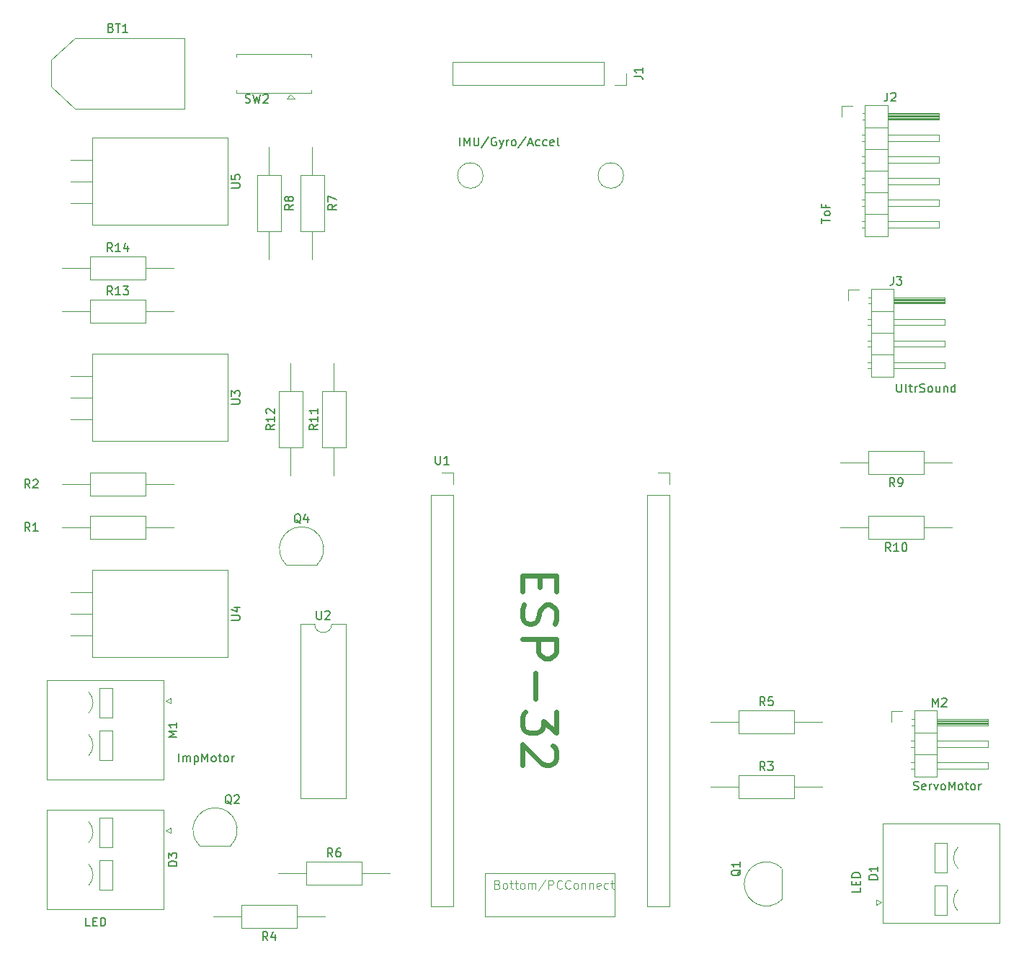
<source format=gbr>
%TF.GenerationSoftware,KiCad,Pcbnew,7.0.9-7.0.9~ubuntu22.04.1*%
%TF.CreationDate,2023-12-07T20:50:56+01:00*%
%TF.ProjectId,circuit,63697263-7569-4742-9e6b-696361645f70,rev?*%
%TF.SameCoordinates,Original*%
%TF.FileFunction,Legend,Top*%
%TF.FilePolarity,Positive*%
%FSLAX46Y46*%
G04 Gerber Fmt 4.6, Leading zero omitted, Abs format (unit mm)*
G04 Created by KiCad (PCBNEW 7.0.9-7.0.9~ubuntu22.04.1) date 2023-12-07 20:50:56*
%MOMM*%
%LPD*%
G01*
G04 APERTURE LIST*
%ADD10C,0.150000*%
%ADD11C,0.600000*%
%ADD12C,0.120000*%
%ADD13C,0.100000*%
G04 APERTURE END LIST*
D10*
X85648969Y-143379819D02*
X85172779Y-143379819D01*
X85172779Y-143379819D02*
X85172779Y-142379819D01*
X85982303Y-142856009D02*
X86315636Y-142856009D01*
X86458493Y-143379819D02*
X85982303Y-143379819D01*
X85982303Y-143379819D02*
X85982303Y-142379819D01*
X85982303Y-142379819D02*
X86458493Y-142379819D01*
X86887065Y-143379819D02*
X86887065Y-142379819D01*
X86887065Y-142379819D02*
X87125160Y-142379819D01*
X87125160Y-142379819D02*
X87268017Y-142427438D01*
X87268017Y-142427438D02*
X87363255Y-142522676D01*
X87363255Y-142522676D02*
X87410874Y-142617914D01*
X87410874Y-142617914D02*
X87458493Y-142808390D01*
X87458493Y-142808390D02*
X87458493Y-142951247D01*
X87458493Y-142951247D02*
X87410874Y-143141723D01*
X87410874Y-143141723D02*
X87363255Y-143236961D01*
X87363255Y-143236961D02*
X87268017Y-143332200D01*
X87268017Y-143332200D02*
X87125160Y-143379819D01*
X87125160Y-143379819D02*
X86887065Y-143379819D01*
X96094779Y-124075819D02*
X96094779Y-123075819D01*
X96570969Y-124075819D02*
X96570969Y-123409152D01*
X96570969Y-123504390D02*
X96618588Y-123456771D01*
X96618588Y-123456771D02*
X96713826Y-123409152D01*
X96713826Y-123409152D02*
X96856683Y-123409152D01*
X96856683Y-123409152D02*
X96951921Y-123456771D01*
X96951921Y-123456771D02*
X96999540Y-123552009D01*
X96999540Y-123552009D02*
X96999540Y-124075819D01*
X96999540Y-123552009D02*
X97047159Y-123456771D01*
X97047159Y-123456771D02*
X97142397Y-123409152D01*
X97142397Y-123409152D02*
X97285254Y-123409152D01*
X97285254Y-123409152D02*
X97380493Y-123456771D01*
X97380493Y-123456771D02*
X97428112Y-123552009D01*
X97428112Y-123552009D02*
X97428112Y-124075819D01*
X97904302Y-123409152D02*
X97904302Y-124409152D01*
X97904302Y-123456771D02*
X97999540Y-123409152D01*
X97999540Y-123409152D02*
X98190016Y-123409152D01*
X98190016Y-123409152D02*
X98285254Y-123456771D01*
X98285254Y-123456771D02*
X98332873Y-123504390D01*
X98332873Y-123504390D02*
X98380492Y-123599628D01*
X98380492Y-123599628D02*
X98380492Y-123885342D01*
X98380492Y-123885342D02*
X98332873Y-123980580D01*
X98332873Y-123980580D02*
X98285254Y-124028200D01*
X98285254Y-124028200D02*
X98190016Y-124075819D01*
X98190016Y-124075819D02*
X97999540Y-124075819D01*
X97999540Y-124075819D02*
X97904302Y-124028200D01*
X98809064Y-124075819D02*
X98809064Y-123075819D01*
X98809064Y-123075819D02*
X99142397Y-123790104D01*
X99142397Y-123790104D02*
X99475730Y-123075819D01*
X99475730Y-123075819D02*
X99475730Y-124075819D01*
X100094778Y-124075819D02*
X99999540Y-124028200D01*
X99999540Y-124028200D02*
X99951921Y-123980580D01*
X99951921Y-123980580D02*
X99904302Y-123885342D01*
X99904302Y-123885342D02*
X99904302Y-123599628D01*
X99904302Y-123599628D02*
X99951921Y-123504390D01*
X99951921Y-123504390D02*
X99999540Y-123456771D01*
X99999540Y-123456771D02*
X100094778Y-123409152D01*
X100094778Y-123409152D02*
X100237635Y-123409152D01*
X100237635Y-123409152D02*
X100332873Y-123456771D01*
X100332873Y-123456771D02*
X100380492Y-123504390D01*
X100380492Y-123504390D02*
X100428111Y-123599628D01*
X100428111Y-123599628D02*
X100428111Y-123885342D01*
X100428111Y-123885342D02*
X100380492Y-123980580D01*
X100380492Y-123980580D02*
X100332873Y-124028200D01*
X100332873Y-124028200D02*
X100237635Y-124075819D01*
X100237635Y-124075819D02*
X100094778Y-124075819D01*
X100713826Y-123409152D02*
X101094778Y-123409152D01*
X100856683Y-123075819D02*
X100856683Y-123932961D01*
X100856683Y-123932961D02*
X100904302Y-124028200D01*
X100904302Y-124028200D02*
X100999540Y-124075819D01*
X100999540Y-124075819D02*
X101094778Y-124075819D01*
X101570969Y-124075819D02*
X101475731Y-124028200D01*
X101475731Y-124028200D02*
X101428112Y-123980580D01*
X101428112Y-123980580D02*
X101380493Y-123885342D01*
X101380493Y-123885342D02*
X101380493Y-123599628D01*
X101380493Y-123599628D02*
X101428112Y-123504390D01*
X101428112Y-123504390D02*
X101475731Y-123456771D01*
X101475731Y-123456771D02*
X101570969Y-123409152D01*
X101570969Y-123409152D02*
X101713826Y-123409152D01*
X101713826Y-123409152D02*
X101809064Y-123456771D01*
X101809064Y-123456771D02*
X101856683Y-123504390D01*
X101856683Y-123504390D02*
X101904302Y-123599628D01*
X101904302Y-123599628D02*
X101904302Y-123885342D01*
X101904302Y-123885342D02*
X101856683Y-123980580D01*
X101856683Y-123980580D02*
X101809064Y-124028200D01*
X101809064Y-124028200D02*
X101713826Y-124075819D01*
X101713826Y-124075819D02*
X101570969Y-124075819D01*
X102332874Y-124075819D02*
X102332874Y-123409152D01*
X102332874Y-123599628D02*
X102380493Y-123504390D01*
X102380493Y-123504390D02*
X102428112Y-123456771D01*
X102428112Y-123456771D02*
X102523350Y-123409152D01*
X102523350Y-123409152D02*
X102618588Y-123409152D01*
X129114779Y-51685819D02*
X129114779Y-50685819D01*
X129590969Y-51685819D02*
X129590969Y-50685819D01*
X129590969Y-50685819D02*
X129924302Y-51400104D01*
X129924302Y-51400104D02*
X130257635Y-50685819D01*
X130257635Y-50685819D02*
X130257635Y-51685819D01*
X130733826Y-50685819D02*
X130733826Y-51495342D01*
X130733826Y-51495342D02*
X130781445Y-51590580D01*
X130781445Y-51590580D02*
X130829064Y-51638200D01*
X130829064Y-51638200D02*
X130924302Y-51685819D01*
X130924302Y-51685819D02*
X131114778Y-51685819D01*
X131114778Y-51685819D02*
X131210016Y-51638200D01*
X131210016Y-51638200D02*
X131257635Y-51590580D01*
X131257635Y-51590580D02*
X131305254Y-51495342D01*
X131305254Y-51495342D02*
X131305254Y-50685819D01*
X132495730Y-50638200D02*
X131638588Y-51923914D01*
X133352873Y-50733438D02*
X133257635Y-50685819D01*
X133257635Y-50685819D02*
X133114778Y-50685819D01*
X133114778Y-50685819D02*
X132971921Y-50733438D01*
X132971921Y-50733438D02*
X132876683Y-50828676D01*
X132876683Y-50828676D02*
X132829064Y-50923914D01*
X132829064Y-50923914D02*
X132781445Y-51114390D01*
X132781445Y-51114390D02*
X132781445Y-51257247D01*
X132781445Y-51257247D02*
X132829064Y-51447723D01*
X132829064Y-51447723D02*
X132876683Y-51542961D01*
X132876683Y-51542961D02*
X132971921Y-51638200D01*
X132971921Y-51638200D02*
X133114778Y-51685819D01*
X133114778Y-51685819D02*
X133210016Y-51685819D01*
X133210016Y-51685819D02*
X133352873Y-51638200D01*
X133352873Y-51638200D02*
X133400492Y-51590580D01*
X133400492Y-51590580D02*
X133400492Y-51257247D01*
X133400492Y-51257247D02*
X133210016Y-51257247D01*
X133733826Y-51019152D02*
X133971921Y-51685819D01*
X134210016Y-51019152D02*
X133971921Y-51685819D01*
X133971921Y-51685819D02*
X133876683Y-51923914D01*
X133876683Y-51923914D02*
X133829064Y-51971533D01*
X133829064Y-51971533D02*
X133733826Y-52019152D01*
X134590969Y-51685819D02*
X134590969Y-51019152D01*
X134590969Y-51209628D02*
X134638588Y-51114390D01*
X134638588Y-51114390D02*
X134686207Y-51066771D01*
X134686207Y-51066771D02*
X134781445Y-51019152D01*
X134781445Y-51019152D02*
X134876683Y-51019152D01*
X135352874Y-51685819D02*
X135257636Y-51638200D01*
X135257636Y-51638200D02*
X135210017Y-51590580D01*
X135210017Y-51590580D02*
X135162398Y-51495342D01*
X135162398Y-51495342D02*
X135162398Y-51209628D01*
X135162398Y-51209628D02*
X135210017Y-51114390D01*
X135210017Y-51114390D02*
X135257636Y-51066771D01*
X135257636Y-51066771D02*
X135352874Y-51019152D01*
X135352874Y-51019152D02*
X135495731Y-51019152D01*
X135495731Y-51019152D02*
X135590969Y-51066771D01*
X135590969Y-51066771D02*
X135638588Y-51114390D01*
X135638588Y-51114390D02*
X135686207Y-51209628D01*
X135686207Y-51209628D02*
X135686207Y-51495342D01*
X135686207Y-51495342D02*
X135638588Y-51590580D01*
X135638588Y-51590580D02*
X135590969Y-51638200D01*
X135590969Y-51638200D02*
X135495731Y-51685819D01*
X135495731Y-51685819D02*
X135352874Y-51685819D01*
X136829064Y-50638200D02*
X135971922Y-51923914D01*
X137114779Y-51400104D02*
X137590969Y-51400104D01*
X137019541Y-51685819D02*
X137352874Y-50685819D01*
X137352874Y-50685819D02*
X137686207Y-51685819D01*
X138448112Y-51638200D02*
X138352874Y-51685819D01*
X138352874Y-51685819D02*
X138162398Y-51685819D01*
X138162398Y-51685819D02*
X138067160Y-51638200D01*
X138067160Y-51638200D02*
X138019541Y-51590580D01*
X138019541Y-51590580D02*
X137971922Y-51495342D01*
X137971922Y-51495342D02*
X137971922Y-51209628D01*
X137971922Y-51209628D02*
X138019541Y-51114390D01*
X138019541Y-51114390D02*
X138067160Y-51066771D01*
X138067160Y-51066771D02*
X138162398Y-51019152D01*
X138162398Y-51019152D02*
X138352874Y-51019152D01*
X138352874Y-51019152D02*
X138448112Y-51066771D01*
X139305255Y-51638200D02*
X139210017Y-51685819D01*
X139210017Y-51685819D02*
X139019541Y-51685819D01*
X139019541Y-51685819D02*
X138924303Y-51638200D01*
X138924303Y-51638200D02*
X138876684Y-51590580D01*
X138876684Y-51590580D02*
X138829065Y-51495342D01*
X138829065Y-51495342D02*
X138829065Y-51209628D01*
X138829065Y-51209628D02*
X138876684Y-51114390D01*
X138876684Y-51114390D02*
X138924303Y-51066771D01*
X138924303Y-51066771D02*
X139019541Y-51019152D01*
X139019541Y-51019152D02*
X139210017Y-51019152D01*
X139210017Y-51019152D02*
X139305255Y-51066771D01*
X140114779Y-51638200D02*
X140019541Y-51685819D01*
X140019541Y-51685819D02*
X139829065Y-51685819D01*
X139829065Y-51685819D02*
X139733827Y-51638200D01*
X139733827Y-51638200D02*
X139686208Y-51542961D01*
X139686208Y-51542961D02*
X139686208Y-51162009D01*
X139686208Y-51162009D02*
X139733827Y-51066771D01*
X139733827Y-51066771D02*
X139829065Y-51019152D01*
X139829065Y-51019152D02*
X140019541Y-51019152D01*
X140019541Y-51019152D02*
X140114779Y-51066771D01*
X140114779Y-51066771D02*
X140162398Y-51162009D01*
X140162398Y-51162009D02*
X140162398Y-51257247D01*
X140162398Y-51257247D02*
X139686208Y-51352485D01*
X140733827Y-51685819D02*
X140638589Y-51638200D01*
X140638589Y-51638200D02*
X140590970Y-51542961D01*
X140590970Y-51542961D02*
X140590970Y-50685819D01*
X171589819Y-60766077D02*
X171589819Y-60194649D01*
X172589819Y-60480363D02*
X171589819Y-60480363D01*
X172589819Y-59718458D02*
X172542200Y-59813696D01*
X172542200Y-59813696D02*
X172494580Y-59861315D01*
X172494580Y-59861315D02*
X172399342Y-59908934D01*
X172399342Y-59908934D02*
X172113628Y-59908934D01*
X172113628Y-59908934D02*
X172018390Y-59861315D01*
X172018390Y-59861315D02*
X171970771Y-59813696D01*
X171970771Y-59813696D02*
X171923152Y-59718458D01*
X171923152Y-59718458D02*
X171923152Y-59575601D01*
X171923152Y-59575601D02*
X171970771Y-59480363D01*
X171970771Y-59480363D02*
X172018390Y-59432744D01*
X172018390Y-59432744D02*
X172113628Y-59385125D01*
X172113628Y-59385125D02*
X172399342Y-59385125D01*
X172399342Y-59385125D02*
X172494580Y-59432744D01*
X172494580Y-59432744D02*
X172542200Y-59480363D01*
X172542200Y-59480363D02*
X172589819Y-59575601D01*
X172589819Y-59575601D02*
X172589819Y-59718458D01*
X172066009Y-58623220D02*
X172066009Y-58956553D01*
X172589819Y-58956553D02*
X171589819Y-58956553D01*
X171589819Y-58956553D02*
X171589819Y-58480363D01*
X180422779Y-79641819D02*
X180422779Y-80451342D01*
X180422779Y-80451342D02*
X180470398Y-80546580D01*
X180470398Y-80546580D02*
X180518017Y-80594200D01*
X180518017Y-80594200D02*
X180613255Y-80641819D01*
X180613255Y-80641819D02*
X180803731Y-80641819D01*
X180803731Y-80641819D02*
X180898969Y-80594200D01*
X180898969Y-80594200D02*
X180946588Y-80546580D01*
X180946588Y-80546580D02*
X180994207Y-80451342D01*
X180994207Y-80451342D02*
X180994207Y-79641819D01*
X181613255Y-80641819D02*
X181518017Y-80594200D01*
X181518017Y-80594200D02*
X181470398Y-80498961D01*
X181470398Y-80498961D02*
X181470398Y-79641819D01*
X181851351Y-79975152D02*
X182232303Y-79975152D01*
X181994208Y-79641819D02*
X181994208Y-80498961D01*
X181994208Y-80498961D02*
X182041827Y-80594200D01*
X182041827Y-80594200D02*
X182137065Y-80641819D01*
X182137065Y-80641819D02*
X182232303Y-80641819D01*
X182565637Y-80641819D02*
X182565637Y-79975152D01*
X182565637Y-80165628D02*
X182613256Y-80070390D01*
X182613256Y-80070390D02*
X182660875Y-80022771D01*
X182660875Y-80022771D02*
X182756113Y-79975152D01*
X182756113Y-79975152D02*
X182851351Y-79975152D01*
X183137066Y-80594200D02*
X183279923Y-80641819D01*
X183279923Y-80641819D02*
X183518018Y-80641819D01*
X183518018Y-80641819D02*
X183613256Y-80594200D01*
X183613256Y-80594200D02*
X183660875Y-80546580D01*
X183660875Y-80546580D02*
X183708494Y-80451342D01*
X183708494Y-80451342D02*
X183708494Y-80356104D01*
X183708494Y-80356104D02*
X183660875Y-80260866D01*
X183660875Y-80260866D02*
X183613256Y-80213247D01*
X183613256Y-80213247D02*
X183518018Y-80165628D01*
X183518018Y-80165628D02*
X183327542Y-80118009D01*
X183327542Y-80118009D02*
X183232304Y-80070390D01*
X183232304Y-80070390D02*
X183184685Y-80022771D01*
X183184685Y-80022771D02*
X183137066Y-79927533D01*
X183137066Y-79927533D02*
X183137066Y-79832295D01*
X183137066Y-79832295D02*
X183184685Y-79737057D01*
X183184685Y-79737057D02*
X183232304Y-79689438D01*
X183232304Y-79689438D02*
X183327542Y-79641819D01*
X183327542Y-79641819D02*
X183565637Y-79641819D01*
X183565637Y-79641819D02*
X183708494Y-79689438D01*
X184279923Y-80641819D02*
X184184685Y-80594200D01*
X184184685Y-80594200D02*
X184137066Y-80546580D01*
X184137066Y-80546580D02*
X184089447Y-80451342D01*
X184089447Y-80451342D02*
X184089447Y-80165628D01*
X184089447Y-80165628D02*
X184137066Y-80070390D01*
X184137066Y-80070390D02*
X184184685Y-80022771D01*
X184184685Y-80022771D02*
X184279923Y-79975152D01*
X184279923Y-79975152D02*
X184422780Y-79975152D01*
X184422780Y-79975152D02*
X184518018Y-80022771D01*
X184518018Y-80022771D02*
X184565637Y-80070390D01*
X184565637Y-80070390D02*
X184613256Y-80165628D01*
X184613256Y-80165628D02*
X184613256Y-80451342D01*
X184613256Y-80451342D02*
X184565637Y-80546580D01*
X184565637Y-80546580D02*
X184518018Y-80594200D01*
X184518018Y-80594200D02*
X184422780Y-80641819D01*
X184422780Y-80641819D02*
X184279923Y-80641819D01*
X185470399Y-79975152D02*
X185470399Y-80641819D01*
X185041828Y-79975152D02*
X185041828Y-80498961D01*
X185041828Y-80498961D02*
X185089447Y-80594200D01*
X185089447Y-80594200D02*
X185184685Y-80641819D01*
X185184685Y-80641819D02*
X185327542Y-80641819D01*
X185327542Y-80641819D02*
X185422780Y-80594200D01*
X185422780Y-80594200D02*
X185470399Y-80546580D01*
X185946590Y-79975152D02*
X185946590Y-80641819D01*
X185946590Y-80070390D02*
X185994209Y-80022771D01*
X185994209Y-80022771D02*
X186089447Y-79975152D01*
X186089447Y-79975152D02*
X186232304Y-79975152D01*
X186232304Y-79975152D02*
X186327542Y-80022771D01*
X186327542Y-80022771D02*
X186375161Y-80118009D01*
X186375161Y-80118009D02*
X186375161Y-80641819D01*
X187279923Y-80641819D02*
X187279923Y-79641819D01*
X187279923Y-80594200D02*
X187184685Y-80641819D01*
X187184685Y-80641819D02*
X186994209Y-80641819D01*
X186994209Y-80641819D02*
X186898971Y-80594200D01*
X186898971Y-80594200D02*
X186851352Y-80546580D01*
X186851352Y-80546580D02*
X186803733Y-80451342D01*
X186803733Y-80451342D02*
X186803733Y-80165628D01*
X186803733Y-80165628D02*
X186851352Y-80070390D01*
X186851352Y-80070390D02*
X186898971Y-80022771D01*
X186898971Y-80022771D02*
X186994209Y-79975152D01*
X186994209Y-79975152D02*
X187184685Y-79975152D01*
X187184685Y-79975152D02*
X187279923Y-80022771D01*
X182407160Y-127330200D02*
X182550017Y-127377819D01*
X182550017Y-127377819D02*
X182788112Y-127377819D01*
X182788112Y-127377819D02*
X182883350Y-127330200D01*
X182883350Y-127330200D02*
X182930969Y-127282580D01*
X182930969Y-127282580D02*
X182978588Y-127187342D01*
X182978588Y-127187342D02*
X182978588Y-127092104D01*
X182978588Y-127092104D02*
X182930969Y-126996866D01*
X182930969Y-126996866D02*
X182883350Y-126949247D01*
X182883350Y-126949247D02*
X182788112Y-126901628D01*
X182788112Y-126901628D02*
X182597636Y-126854009D01*
X182597636Y-126854009D02*
X182502398Y-126806390D01*
X182502398Y-126806390D02*
X182454779Y-126758771D01*
X182454779Y-126758771D02*
X182407160Y-126663533D01*
X182407160Y-126663533D02*
X182407160Y-126568295D01*
X182407160Y-126568295D02*
X182454779Y-126473057D01*
X182454779Y-126473057D02*
X182502398Y-126425438D01*
X182502398Y-126425438D02*
X182597636Y-126377819D01*
X182597636Y-126377819D02*
X182835731Y-126377819D01*
X182835731Y-126377819D02*
X182978588Y-126425438D01*
X183788112Y-127330200D02*
X183692874Y-127377819D01*
X183692874Y-127377819D02*
X183502398Y-127377819D01*
X183502398Y-127377819D02*
X183407160Y-127330200D01*
X183407160Y-127330200D02*
X183359541Y-127234961D01*
X183359541Y-127234961D02*
X183359541Y-126854009D01*
X183359541Y-126854009D02*
X183407160Y-126758771D01*
X183407160Y-126758771D02*
X183502398Y-126711152D01*
X183502398Y-126711152D02*
X183692874Y-126711152D01*
X183692874Y-126711152D02*
X183788112Y-126758771D01*
X183788112Y-126758771D02*
X183835731Y-126854009D01*
X183835731Y-126854009D02*
X183835731Y-126949247D01*
X183835731Y-126949247D02*
X183359541Y-127044485D01*
X184264303Y-127377819D02*
X184264303Y-126711152D01*
X184264303Y-126901628D02*
X184311922Y-126806390D01*
X184311922Y-126806390D02*
X184359541Y-126758771D01*
X184359541Y-126758771D02*
X184454779Y-126711152D01*
X184454779Y-126711152D02*
X184550017Y-126711152D01*
X184788113Y-126711152D02*
X185026208Y-127377819D01*
X185026208Y-127377819D02*
X185264303Y-126711152D01*
X185788113Y-127377819D02*
X185692875Y-127330200D01*
X185692875Y-127330200D02*
X185645256Y-127282580D01*
X185645256Y-127282580D02*
X185597637Y-127187342D01*
X185597637Y-127187342D02*
X185597637Y-126901628D01*
X185597637Y-126901628D02*
X185645256Y-126806390D01*
X185645256Y-126806390D02*
X185692875Y-126758771D01*
X185692875Y-126758771D02*
X185788113Y-126711152D01*
X185788113Y-126711152D02*
X185930970Y-126711152D01*
X185930970Y-126711152D02*
X186026208Y-126758771D01*
X186026208Y-126758771D02*
X186073827Y-126806390D01*
X186073827Y-126806390D02*
X186121446Y-126901628D01*
X186121446Y-126901628D02*
X186121446Y-127187342D01*
X186121446Y-127187342D02*
X186073827Y-127282580D01*
X186073827Y-127282580D02*
X186026208Y-127330200D01*
X186026208Y-127330200D02*
X185930970Y-127377819D01*
X185930970Y-127377819D02*
X185788113Y-127377819D01*
X186550018Y-127377819D02*
X186550018Y-126377819D01*
X186550018Y-126377819D02*
X186883351Y-127092104D01*
X186883351Y-127092104D02*
X187216684Y-126377819D01*
X187216684Y-126377819D02*
X187216684Y-127377819D01*
X187835732Y-127377819D02*
X187740494Y-127330200D01*
X187740494Y-127330200D02*
X187692875Y-127282580D01*
X187692875Y-127282580D02*
X187645256Y-127187342D01*
X187645256Y-127187342D02*
X187645256Y-126901628D01*
X187645256Y-126901628D02*
X187692875Y-126806390D01*
X187692875Y-126806390D02*
X187740494Y-126758771D01*
X187740494Y-126758771D02*
X187835732Y-126711152D01*
X187835732Y-126711152D02*
X187978589Y-126711152D01*
X187978589Y-126711152D02*
X188073827Y-126758771D01*
X188073827Y-126758771D02*
X188121446Y-126806390D01*
X188121446Y-126806390D02*
X188169065Y-126901628D01*
X188169065Y-126901628D02*
X188169065Y-127187342D01*
X188169065Y-127187342D02*
X188121446Y-127282580D01*
X188121446Y-127282580D02*
X188073827Y-127330200D01*
X188073827Y-127330200D02*
X187978589Y-127377819D01*
X187978589Y-127377819D02*
X187835732Y-127377819D01*
X188454780Y-126711152D02*
X188835732Y-126711152D01*
X188597637Y-126377819D02*
X188597637Y-127234961D01*
X188597637Y-127234961D02*
X188645256Y-127330200D01*
X188645256Y-127330200D02*
X188740494Y-127377819D01*
X188740494Y-127377819D02*
X188835732Y-127377819D01*
X189311923Y-127377819D02*
X189216685Y-127330200D01*
X189216685Y-127330200D02*
X189169066Y-127282580D01*
X189169066Y-127282580D02*
X189121447Y-127187342D01*
X189121447Y-127187342D02*
X189121447Y-126901628D01*
X189121447Y-126901628D02*
X189169066Y-126806390D01*
X189169066Y-126806390D02*
X189216685Y-126758771D01*
X189216685Y-126758771D02*
X189311923Y-126711152D01*
X189311923Y-126711152D02*
X189454780Y-126711152D01*
X189454780Y-126711152D02*
X189550018Y-126758771D01*
X189550018Y-126758771D02*
X189597637Y-126806390D01*
X189597637Y-126806390D02*
X189645256Y-126901628D01*
X189645256Y-126901628D02*
X189645256Y-127187342D01*
X189645256Y-127187342D02*
X189597637Y-127282580D01*
X189597637Y-127282580D02*
X189550018Y-127330200D01*
X189550018Y-127330200D02*
X189454780Y-127377819D01*
X189454780Y-127377819D02*
X189311923Y-127377819D01*
X190073828Y-127377819D02*
X190073828Y-126711152D01*
X190073828Y-126901628D02*
X190121447Y-126806390D01*
X190121447Y-126806390D02*
X190169066Y-126758771D01*
X190169066Y-126758771D02*
X190264304Y-126711152D01*
X190264304Y-126711152D02*
X190359542Y-126711152D01*
X176145819Y-138887030D02*
X176145819Y-139363220D01*
X176145819Y-139363220D02*
X175145819Y-139363220D01*
X175622009Y-138553696D02*
X175622009Y-138220363D01*
X176145819Y-138077506D02*
X176145819Y-138553696D01*
X176145819Y-138553696D02*
X175145819Y-138553696D01*
X175145819Y-138553696D02*
X175145819Y-138077506D01*
X176145819Y-137648934D02*
X175145819Y-137648934D01*
X175145819Y-137648934D02*
X175145819Y-137410839D01*
X175145819Y-137410839D02*
X175193438Y-137267982D01*
X175193438Y-137267982D02*
X175288676Y-137172744D01*
X175288676Y-137172744D02*
X175383914Y-137125125D01*
X175383914Y-137125125D02*
X175574390Y-137077506D01*
X175574390Y-137077506D02*
X175717247Y-137077506D01*
X175717247Y-137077506D02*
X175907723Y-137125125D01*
X175907723Y-137125125D02*
X176002961Y-137172744D01*
X176002961Y-137172744D02*
X176098200Y-137267982D01*
X176098200Y-137267982D02*
X176145819Y-137410839D01*
X176145819Y-137410839D02*
X176145819Y-137648934D01*
D11*
X138505961Y-102185116D02*
X138505961Y-103518450D01*
X136410723Y-104089878D02*
X136410723Y-102185116D01*
X136410723Y-102185116D02*
X140410723Y-102185116D01*
X140410723Y-102185116D02*
X140410723Y-104089878D01*
X136601200Y-105613688D02*
X136410723Y-106185117D01*
X136410723Y-106185117D02*
X136410723Y-107137498D01*
X136410723Y-107137498D02*
X136601200Y-107518450D01*
X136601200Y-107518450D02*
X136791676Y-107708926D01*
X136791676Y-107708926D02*
X137172628Y-107899403D01*
X137172628Y-107899403D02*
X137553580Y-107899403D01*
X137553580Y-107899403D02*
X137934533Y-107708926D01*
X137934533Y-107708926D02*
X138125009Y-107518450D01*
X138125009Y-107518450D02*
X138315485Y-107137498D01*
X138315485Y-107137498D02*
X138505961Y-106375593D01*
X138505961Y-106375593D02*
X138696438Y-105994641D01*
X138696438Y-105994641D02*
X138886914Y-105804164D01*
X138886914Y-105804164D02*
X139267866Y-105613688D01*
X139267866Y-105613688D02*
X139648819Y-105613688D01*
X139648819Y-105613688D02*
X140029771Y-105804164D01*
X140029771Y-105804164D02*
X140220247Y-105994641D01*
X140220247Y-105994641D02*
X140410723Y-106375593D01*
X140410723Y-106375593D02*
X140410723Y-107327974D01*
X140410723Y-107327974D02*
X140220247Y-107899403D01*
X136410723Y-109613688D02*
X140410723Y-109613688D01*
X140410723Y-109613688D02*
X140410723Y-111137498D01*
X140410723Y-111137498D02*
X140220247Y-111518450D01*
X140220247Y-111518450D02*
X140029771Y-111708927D01*
X140029771Y-111708927D02*
X139648819Y-111899403D01*
X139648819Y-111899403D02*
X139077390Y-111899403D01*
X139077390Y-111899403D02*
X138696438Y-111708927D01*
X138696438Y-111708927D02*
X138505961Y-111518450D01*
X138505961Y-111518450D02*
X138315485Y-111137498D01*
X138315485Y-111137498D02*
X138315485Y-109613688D01*
X137934533Y-113613688D02*
X137934533Y-116661308D01*
X140410723Y-118185117D02*
X140410723Y-120661308D01*
X140410723Y-120661308D02*
X138886914Y-119327974D01*
X138886914Y-119327974D02*
X138886914Y-119899403D01*
X138886914Y-119899403D02*
X138696438Y-120280355D01*
X138696438Y-120280355D02*
X138505961Y-120470831D01*
X138505961Y-120470831D02*
X138125009Y-120661308D01*
X138125009Y-120661308D02*
X137172628Y-120661308D01*
X137172628Y-120661308D02*
X136791676Y-120470831D01*
X136791676Y-120470831D02*
X136601200Y-120280355D01*
X136601200Y-120280355D02*
X136410723Y-119899403D01*
X136410723Y-119899403D02*
X136410723Y-118756546D01*
X136410723Y-118756546D02*
X136601200Y-118375593D01*
X136601200Y-118375593D02*
X136791676Y-118185117D01*
X140029771Y-122185117D02*
X140220247Y-122375593D01*
X140220247Y-122375593D02*
X140410723Y-122756546D01*
X140410723Y-122756546D02*
X140410723Y-123708927D01*
X140410723Y-123708927D02*
X140220247Y-124089879D01*
X140220247Y-124089879D02*
X140029771Y-124280355D01*
X140029771Y-124280355D02*
X139648819Y-124470832D01*
X139648819Y-124470832D02*
X139267866Y-124470832D01*
X139267866Y-124470832D02*
X138696438Y-124280355D01*
X138696438Y-124280355D02*
X136410723Y-121994641D01*
X136410723Y-121994641D02*
X136410723Y-124470832D01*
D10*
X114584819Y-58586666D02*
X114108628Y-58919999D01*
X114584819Y-59158094D02*
X113584819Y-59158094D01*
X113584819Y-59158094D02*
X113584819Y-58777142D01*
X113584819Y-58777142D02*
X113632438Y-58681904D01*
X113632438Y-58681904D02*
X113680057Y-58634285D01*
X113680057Y-58634285D02*
X113775295Y-58586666D01*
X113775295Y-58586666D02*
X113918152Y-58586666D01*
X113918152Y-58586666D02*
X114013390Y-58634285D01*
X114013390Y-58634285D02*
X114061009Y-58681904D01*
X114061009Y-58681904D02*
X114108628Y-58777142D01*
X114108628Y-58777142D02*
X114108628Y-59158094D01*
X113584819Y-58253332D02*
X113584819Y-57586666D01*
X113584819Y-57586666D02*
X114584819Y-58015237D01*
X88257142Y-64124819D02*
X87923809Y-63648628D01*
X87685714Y-64124819D02*
X87685714Y-63124819D01*
X87685714Y-63124819D02*
X88066666Y-63124819D01*
X88066666Y-63124819D02*
X88161904Y-63172438D01*
X88161904Y-63172438D02*
X88209523Y-63220057D01*
X88209523Y-63220057D02*
X88257142Y-63315295D01*
X88257142Y-63315295D02*
X88257142Y-63458152D01*
X88257142Y-63458152D02*
X88209523Y-63553390D01*
X88209523Y-63553390D02*
X88161904Y-63601009D01*
X88161904Y-63601009D02*
X88066666Y-63648628D01*
X88066666Y-63648628D02*
X87685714Y-63648628D01*
X89209523Y-64124819D02*
X88638095Y-64124819D01*
X88923809Y-64124819D02*
X88923809Y-63124819D01*
X88923809Y-63124819D02*
X88828571Y-63267676D01*
X88828571Y-63267676D02*
X88733333Y-63362914D01*
X88733333Y-63362914D02*
X88638095Y-63410533D01*
X90066666Y-63458152D02*
X90066666Y-64124819D01*
X89828571Y-63077200D02*
X89590476Y-63791485D01*
X89590476Y-63791485D02*
X90209523Y-63791485D01*
X164933333Y-125084819D02*
X164600000Y-124608628D01*
X164361905Y-125084819D02*
X164361905Y-124084819D01*
X164361905Y-124084819D02*
X164742857Y-124084819D01*
X164742857Y-124084819D02*
X164838095Y-124132438D01*
X164838095Y-124132438D02*
X164885714Y-124180057D01*
X164885714Y-124180057D02*
X164933333Y-124275295D01*
X164933333Y-124275295D02*
X164933333Y-124418152D01*
X164933333Y-124418152D02*
X164885714Y-124513390D01*
X164885714Y-124513390D02*
X164838095Y-124561009D01*
X164838095Y-124561009D02*
X164742857Y-124608628D01*
X164742857Y-124608628D02*
X164361905Y-124608628D01*
X165266667Y-124084819D02*
X165885714Y-124084819D01*
X165885714Y-124084819D02*
X165552381Y-124465771D01*
X165552381Y-124465771D02*
X165695238Y-124465771D01*
X165695238Y-124465771D02*
X165790476Y-124513390D01*
X165790476Y-124513390D02*
X165838095Y-124561009D01*
X165838095Y-124561009D02*
X165885714Y-124656247D01*
X165885714Y-124656247D02*
X165885714Y-124894342D01*
X165885714Y-124894342D02*
X165838095Y-124989580D01*
X165838095Y-124989580D02*
X165790476Y-125037200D01*
X165790476Y-125037200D02*
X165695238Y-125084819D01*
X165695238Y-125084819D02*
X165409524Y-125084819D01*
X165409524Y-125084819D02*
X165314286Y-125037200D01*
X165314286Y-125037200D02*
X165266667Y-124989580D01*
X109504819Y-58586666D02*
X109028628Y-58919999D01*
X109504819Y-59158094D02*
X108504819Y-59158094D01*
X108504819Y-59158094D02*
X108504819Y-58777142D01*
X108504819Y-58777142D02*
X108552438Y-58681904D01*
X108552438Y-58681904D02*
X108600057Y-58634285D01*
X108600057Y-58634285D02*
X108695295Y-58586666D01*
X108695295Y-58586666D02*
X108838152Y-58586666D01*
X108838152Y-58586666D02*
X108933390Y-58634285D01*
X108933390Y-58634285D02*
X108981009Y-58681904D01*
X108981009Y-58681904D02*
X109028628Y-58777142D01*
X109028628Y-58777142D02*
X109028628Y-59158094D01*
X108933390Y-58015237D02*
X108885771Y-58110475D01*
X108885771Y-58110475D02*
X108838152Y-58158094D01*
X108838152Y-58158094D02*
X108742914Y-58205713D01*
X108742914Y-58205713D02*
X108695295Y-58205713D01*
X108695295Y-58205713D02*
X108600057Y-58158094D01*
X108600057Y-58158094D02*
X108552438Y-58110475D01*
X108552438Y-58110475D02*
X108504819Y-58015237D01*
X108504819Y-58015237D02*
X108504819Y-57824761D01*
X108504819Y-57824761D02*
X108552438Y-57729523D01*
X108552438Y-57729523D02*
X108600057Y-57681904D01*
X108600057Y-57681904D02*
X108695295Y-57634285D01*
X108695295Y-57634285D02*
X108742914Y-57634285D01*
X108742914Y-57634285D02*
X108838152Y-57681904D01*
X108838152Y-57681904D02*
X108885771Y-57729523D01*
X108885771Y-57729523D02*
X108933390Y-57824761D01*
X108933390Y-57824761D02*
X108933390Y-58015237D01*
X108933390Y-58015237D02*
X108981009Y-58110475D01*
X108981009Y-58110475D02*
X109028628Y-58158094D01*
X109028628Y-58158094D02*
X109123866Y-58205713D01*
X109123866Y-58205713D02*
X109314342Y-58205713D01*
X109314342Y-58205713D02*
X109409580Y-58158094D01*
X109409580Y-58158094D02*
X109457200Y-58110475D01*
X109457200Y-58110475D02*
X109504819Y-58015237D01*
X109504819Y-58015237D02*
X109504819Y-57824761D01*
X109504819Y-57824761D02*
X109457200Y-57729523D01*
X109457200Y-57729523D02*
X109409580Y-57681904D01*
X109409580Y-57681904D02*
X109314342Y-57634285D01*
X109314342Y-57634285D02*
X109123866Y-57634285D01*
X109123866Y-57634285D02*
X109028628Y-57681904D01*
X109028628Y-57681904D02*
X108981009Y-57729523D01*
X108981009Y-57729523D02*
X108933390Y-57824761D01*
X164933333Y-117464819D02*
X164600000Y-116988628D01*
X164361905Y-117464819D02*
X164361905Y-116464819D01*
X164361905Y-116464819D02*
X164742857Y-116464819D01*
X164742857Y-116464819D02*
X164838095Y-116512438D01*
X164838095Y-116512438D02*
X164885714Y-116560057D01*
X164885714Y-116560057D02*
X164933333Y-116655295D01*
X164933333Y-116655295D02*
X164933333Y-116798152D01*
X164933333Y-116798152D02*
X164885714Y-116893390D01*
X164885714Y-116893390D02*
X164838095Y-116941009D01*
X164838095Y-116941009D02*
X164742857Y-116988628D01*
X164742857Y-116988628D02*
X164361905Y-116988628D01*
X165838095Y-116464819D02*
X165361905Y-116464819D01*
X165361905Y-116464819D02*
X165314286Y-116941009D01*
X165314286Y-116941009D02*
X165361905Y-116893390D01*
X165361905Y-116893390D02*
X165457143Y-116845771D01*
X165457143Y-116845771D02*
X165695238Y-116845771D01*
X165695238Y-116845771D02*
X165790476Y-116893390D01*
X165790476Y-116893390D02*
X165838095Y-116941009D01*
X165838095Y-116941009D02*
X165885714Y-117036247D01*
X165885714Y-117036247D02*
X165885714Y-117274342D01*
X165885714Y-117274342D02*
X165838095Y-117369580D01*
X165838095Y-117369580D02*
X165790476Y-117417200D01*
X165790476Y-117417200D02*
X165695238Y-117464819D01*
X165695238Y-117464819D02*
X165457143Y-117464819D01*
X165457143Y-117464819D02*
X165361905Y-117417200D01*
X165361905Y-117417200D02*
X165314286Y-117369580D01*
X78573333Y-96974819D02*
X78240000Y-96498628D01*
X78001905Y-96974819D02*
X78001905Y-95974819D01*
X78001905Y-95974819D02*
X78382857Y-95974819D01*
X78382857Y-95974819D02*
X78478095Y-96022438D01*
X78478095Y-96022438D02*
X78525714Y-96070057D01*
X78525714Y-96070057D02*
X78573333Y-96165295D01*
X78573333Y-96165295D02*
X78573333Y-96308152D01*
X78573333Y-96308152D02*
X78525714Y-96403390D01*
X78525714Y-96403390D02*
X78478095Y-96451009D01*
X78478095Y-96451009D02*
X78382857Y-96498628D01*
X78382857Y-96498628D02*
X78001905Y-96498628D01*
X79525714Y-96974819D02*
X78954286Y-96974819D01*
X79240000Y-96974819D02*
X79240000Y-95974819D01*
X79240000Y-95974819D02*
X79144762Y-96117676D01*
X79144762Y-96117676D02*
X79049524Y-96212914D01*
X79049524Y-96212914D02*
X78954286Y-96260533D01*
X112268095Y-106344819D02*
X112268095Y-107154342D01*
X112268095Y-107154342D02*
X112315714Y-107249580D01*
X112315714Y-107249580D02*
X112363333Y-107297200D01*
X112363333Y-107297200D02*
X112458571Y-107344819D01*
X112458571Y-107344819D02*
X112649047Y-107344819D01*
X112649047Y-107344819D02*
X112744285Y-107297200D01*
X112744285Y-107297200D02*
X112791904Y-107249580D01*
X112791904Y-107249580D02*
X112839523Y-107154342D01*
X112839523Y-107154342D02*
X112839523Y-106344819D01*
X113268095Y-106440057D02*
X113315714Y-106392438D01*
X113315714Y-106392438D02*
X113410952Y-106344819D01*
X113410952Y-106344819D02*
X113649047Y-106344819D01*
X113649047Y-106344819D02*
X113744285Y-106392438D01*
X113744285Y-106392438D02*
X113791904Y-106440057D01*
X113791904Y-106440057D02*
X113839523Y-106535295D01*
X113839523Y-106535295D02*
X113839523Y-106630533D01*
X113839523Y-106630533D02*
X113791904Y-106773390D01*
X113791904Y-106773390D02*
X113220476Y-107344819D01*
X113220476Y-107344819D02*
X113839523Y-107344819D01*
X179697142Y-99344819D02*
X179363809Y-98868628D01*
X179125714Y-99344819D02*
X179125714Y-98344819D01*
X179125714Y-98344819D02*
X179506666Y-98344819D01*
X179506666Y-98344819D02*
X179601904Y-98392438D01*
X179601904Y-98392438D02*
X179649523Y-98440057D01*
X179649523Y-98440057D02*
X179697142Y-98535295D01*
X179697142Y-98535295D02*
X179697142Y-98678152D01*
X179697142Y-98678152D02*
X179649523Y-98773390D01*
X179649523Y-98773390D02*
X179601904Y-98821009D01*
X179601904Y-98821009D02*
X179506666Y-98868628D01*
X179506666Y-98868628D02*
X179125714Y-98868628D01*
X180649523Y-99344819D02*
X180078095Y-99344819D01*
X180363809Y-99344819D02*
X180363809Y-98344819D01*
X180363809Y-98344819D02*
X180268571Y-98487676D01*
X180268571Y-98487676D02*
X180173333Y-98582914D01*
X180173333Y-98582914D02*
X180078095Y-98630533D01*
X181268571Y-98344819D02*
X181363809Y-98344819D01*
X181363809Y-98344819D02*
X181459047Y-98392438D01*
X181459047Y-98392438D02*
X181506666Y-98440057D01*
X181506666Y-98440057D02*
X181554285Y-98535295D01*
X181554285Y-98535295D02*
X181601904Y-98725771D01*
X181601904Y-98725771D02*
X181601904Y-98963866D01*
X181601904Y-98963866D02*
X181554285Y-99154342D01*
X181554285Y-99154342D02*
X181506666Y-99249580D01*
X181506666Y-99249580D02*
X181459047Y-99297200D01*
X181459047Y-99297200D02*
X181363809Y-99344819D01*
X181363809Y-99344819D02*
X181268571Y-99344819D01*
X181268571Y-99344819D02*
X181173333Y-99297200D01*
X181173333Y-99297200D02*
X181125714Y-99249580D01*
X181125714Y-99249580D02*
X181078095Y-99154342D01*
X181078095Y-99154342D02*
X181030476Y-98963866D01*
X181030476Y-98963866D02*
X181030476Y-98725771D01*
X181030476Y-98725771D02*
X181078095Y-98535295D01*
X181078095Y-98535295D02*
X181125714Y-98440057D01*
X181125714Y-98440057D02*
X181173333Y-98392438D01*
X181173333Y-98392438D02*
X181268571Y-98344819D01*
X107304819Y-84462857D02*
X106828628Y-84796190D01*
X107304819Y-85034285D02*
X106304819Y-85034285D01*
X106304819Y-85034285D02*
X106304819Y-84653333D01*
X106304819Y-84653333D02*
X106352438Y-84558095D01*
X106352438Y-84558095D02*
X106400057Y-84510476D01*
X106400057Y-84510476D02*
X106495295Y-84462857D01*
X106495295Y-84462857D02*
X106638152Y-84462857D01*
X106638152Y-84462857D02*
X106733390Y-84510476D01*
X106733390Y-84510476D02*
X106781009Y-84558095D01*
X106781009Y-84558095D02*
X106828628Y-84653333D01*
X106828628Y-84653333D02*
X106828628Y-85034285D01*
X107304819Y-83510476D02*
X107304819Y-84081904D01*
X107304819Y-83796190D02*
X106304819Y-83796190D01*
X106304819Y-83796190D02*
X106447676Y-83891428D01*
X106447676Y-83891428D02*
X106542914Y-83986666D01*
X106542914Y-83986666D02*
X106590533Y-84081904D01*
X106400057Y-83129523D02*
X106352438Y-83081904D01*
X106352438Y-83081904D02*
X106304819Y-82986666D01*
X106304819Y-82986666D02*
X106304819Y-82748571D01*
X106304819Y-82748571D02*
X106352438Y-82653333D01*
X106352438Y-82653333D02*
X106400057Y-82605714D01*
X106400057Y-82605714D02*
X106495295Y-82558095D01*
X106495295Y-82558095D02*
X106590533Y-82558095D01*
X106590533Y-82558095D02*
X106733390Y-82605714D01*
X106733390Y-82605714D02*
X107304819Y-83177142D01*
X107304819Y-83177142D02*
X107304819Y-82558095D01*
X110394761Y-96050057D02*
X110299523Y-96002438D01*
X110299523Y-96002438D02*
X110204285Y-95907200D01*
X110204285Y-95907200D02*
X110061428Y-95764342D01*
X110061428Y-95764342D02*
X109966190Y-95716723D01*
X109966190Y-95716723D02*
X109870952Y-95716723D01*
X109918571Y-95954819D02*
X109823333Y-95907200D01*
X109823333Y-95907200D02*
X109728095Y-95811961D01*
X109728095Y-95811961D02*
X109680476Y-95621485D01*
X109680476Y-95621485D02*
X109680476Y-95288152D01*
X109680476Y-95288152D02*
X109728095Y-95097676D01*
X109728095Y-95097676D02*
X109823333Y-95002438D01*
X109823333Y-95002438D02*
X109918571Y-94954819D01*
X109918571Y-94954819D02*
X110109047Y-94954819D01*
X110109047Y-94954819D02*
X110204285Y-95002438D01*
X110204285Y-95002438D02*
X110299523Y-95097676D01*
X110299523Y-95097676D02*
X110347142Y-95288152D01*
X110347142Y-95288152D02*
X110347142Y-95621485D01*
X110347142Y-95621485D02*
X110299523Y-95811961D01*
X110299523Y-95811961D02*
X110204285Y-95907200D01*
X110204285Y-95907200D02*
X110109047Y-95954819D01*
X110109047Y-95954819D02*
X109918571Y-95954819D01*
X111204285Y-95288152D02*
X111204285Y-95954819D01*
X110966190Y-94907200D02*
X110728095Y-95621485D01*
X110728095Y-95621485D02*
X111347142Y-95621485D01*
X102244819Y-107441904D02*
X103054342Y-107441904D01*
X103054342Y-107441904D02*
X103149580Y-107394285D01*
X103149580Y-107394285D02*
X103197200Y-107346666D01*
X103197200Y-107346666D02*
X103244819Y-107251428D01*
X103244819Y-107251428D02*
X103244819Y-107060952D01*
X103244819Y-107060952D02*
X103197200Y-106965714D01*
X103197200Y-106965714D02*
X103149580Y-106918095D01*
X103149580Y-106918095D02*
X103054342Y-106870476D01*
X103054342Y-106870476D02*
X102244819Y-106870476D01*
X102578152Y-105965714D02*
X103244819Y-105965714D01*
X102197200Y-106203809D02*
X102911485Y-106441904D01*
X102911485Y-106441904D02*
X102911485Y-105822857D01*
X95844819Y-121129523D02*
X94844819Y-121129523D01*
X94844819Y-121129523D02*
X95559104Y-120796190D01*
X95559104Y-120796190D02*
X94844819Y-120462857D01*
X94844819Y-120462857D02*
X95844819Y-120462857D01*
X95844819Y-119462857D02*
X95844819Y-120034285D01*
X95844819Y-119748571D02*
X94844819Y-119748571D01*
X94844819Y-119748571D02*
X94987676Y-119843809D01*
X94987676Y-119843809D02*
X95082914Y-119939047D01*
X95082914Y-119939047D02*
X95130533Y-120034285D01*
X88257142Y-69204819D02*
X87923809Y-68728628D01*
X87685714Y-69204819D02*
X87685714Y-68204819D01*
X87685714Y-68204819D02*
X88066666Y-68204819D01*
X88066666Y-68204819D02*
X88161904Y-68252438D01*
X88161904Y-68252438D02*
X88209523Y-68300057D01*
X88209523Y-68300057D02*
X88257142Y-68395295D01*
X88257142Y-68395295D02*
X88257142Y-68538152D01*
X88257142Y-68538152D02*
X88209523Y-68633390D01*
X88209523Y-68633390D02*
X88161904Y-68681009D01*
X88161904Y-68681009D02*
X88066666Y-68728628D01*
X88066666Y-68728628D02*
X87685714Y-68728628D01*
X89209523Y-69204819D02*
X88638095Y-69204819D01*
X88923809Y-69204819D02*
X88923809Y-68204819D01*
X88923809Y-68204819D02*
X88828571Y-68347676D01*
X88828571Y-68347676D02*
X88733333Y-68442914D01*
X88733333Y-68442914D02*
X88638095Y-68490533D01*
X89542857Y-68204819D02*
X90161904Y-68204819D01*
X90161904Y-68204819D02*
X89828571Y-68585771D01*
X89828571Y-68585771D02*
X89971428Y-68585771D01*
X89971428Y-68585771D02*
X90066666Y-68633390D01*
X90066666Y-68633390D02*
X90114285Y-68681009D01*
X90114285Y-68681009D02*
X90161904Y-68776247D01*
X90161904Y-68776247D02*
X90161904Y-69014342D01*
X90161904Y-69014342D02*
X90114285Y-69109580D01*
X90114285Y-69109580D02*
X90066666Y-69157200D01*
X90066666Y-69157200D02*
X89971428Y-69204819D01*
X89971428Y-69204819D02*
X89685714Y-69204819D01*
X89685714Y-69204819D02*
X89590476Y-69157200D01*
X89590476Y-69157200D02*
X89542857Y-69109580D01*
X180016666Y-67044819D02*
X180016666Y-67759104D01*
X180016666Y-67759104D02*
X179969047Y-67901961D01*
X179969047Y-67901961D02*
X179873809Y-67997200D01*
X179873809Y-67997200D02*
X179730952Y-68044819D01*
X179730952Y-68044819D02*
X179635714Y-68044819D01*
X180397619Y-67044819D02*
X181016666Y-67044819D01*
X181016666Y-67044819D02*
X180683333Y-67425771D01*
X180683333Y-67425771D02*
X180826190Y-67425771D01*
X180826190Y-67425771D02*
X180921428Y-67473390D01*
X180921428Y-67473390D02*
X180969047Y-67521009D01*
X180969047Y-67521009D02*
X181016666Y-67616247D01*
X181016666Y-67616247D02*
X181016666Y-67854342D01*
X181016666Y-67854342D02*
X180969047Y-67949580D01*
X180969047Y-67949580D02*
X180921428Y-67997200D01*
X180921428Y-67997200D02*
X180826190Y-68044819D01*
X180826190Y-68044819D02*
X180540476Y-68044819D01*
X180540476Y-68044819D02*
X180445238Y-67997200D01*
X180445238Y-67997200D02*
X180397619Y-67949580D01*
X78573333Y-91894819D02*
X78240000Y-91418628D01*
X78001905Y-91894819D02*
X78001905Y-90894819D01*
X78001905Y-90894819D02*
X78382857Y-90894819D01*
X78382857Y-90894819D02*
X78478095Y-90942438D01*
X78478095Y-90942438D02*
X78525714Y-90990057D01*
X78525714Y-90990057D02*
X78573333Y-91085295D01*
X78573333Y-91085295D02*
X78573333Y-91228152D01*
X78573333Y-91228152D02*
X78525714Y-91323390D01*
X78525714Y-91323390D02*
X78478095Y-91371009D01*
X78478095Y-91371009D02*
X78382857Y-91418628D01*
X78382857Y-91418628D02*
X78001905Y-91418628D01*
X78954286Y-90990057D02*
X79001905Y-90942438D01*
X79001905Y-90942438D02*
X79097143Y-90894819D01*
X79097143Y-90894819D02*
X79335238Y-90894819D01*
X79335238Y-90894819D02*
X79430476Y-90942438D01*
X79430476Y-90942438D02*
X79478095Y-90990057D01*
X79478095Y-90990057D02*
X79525714Y-91085295D01*
X79525714Y-91085295D02*
X79525714Y-91180533D01*
X79525714Y-91180533D02*
X79478095Y-91323390D01*
X79478095Y-91323390D02*
X78906667Y-91894819D01*
X78906667Y-91894819D02*
X79525714Y-91894819D01*
X102244819Y-82041904D02*
X103054342Y-82041904D01*
X103054342Y-82041904D02*
X103149580Y-81994285D01*
X103149580Y-81994285D02*
X103197200Y-81946666D01*
X103197200Y-81946666D02*
X103244819Y-81851428D01*
X103244819Y-81851428D02*
X103244819Y-81660952D01*
X103244819Y-81660952D02*
X103197200Y-81565714D01*
X103197200Y-81565714D02*
X103149580Y-81518095D01*
X103149580Y-81518095D02*
X103054342Y-81470476D01*
X103054342Y-81470476D02*
X102244819Y-81470476D01*
X102244819Y-81089523D02*
X102244819Y-80470476D01*
X102244819Y-80470476D02*
X102625771Y-80803809D01*
X102625771Y-80803809D02*
X102625771Y-80660952D01*
X102625771Y-80660952D02*
X102673390Y-80565714D01*
X102673390Y-80565714D02*
X102721009Y-80518095D01*
X102721009Y-80518095D02*
X102816247Y-80470476D01*
X102816247Y-80470476D02*
X103054342Y-80470476D01*
X103054342Y-80470476D02*
X103149580Y-80518095D01*
X103149580Y-80518095D02*
X103197200Y-80565714D01*
X103197200Y-80565714D02*
X103244819Y-80660952D01*
X103244819Y-80660952D02*
X103244819Y-80946666D01*
X103244819Y-80946666D02*
X103197200Y-81041904D01*
X103197200Y-81041904D02*
X103149580Y-81089523D01*
X162090057Y-136747238D02*
X162042438Y-136842476D01*
X162042438Y-136842476D02*
X161947200Y-136937714D01*
X161947200Y-136937714D02*
X161804342Y-137080571D01*
X161804342Y-137080571D02*
X161756723Y-137175809D01*
X161756723Y-137175809D02*
X161756723Y-137271047D01*
X161994819Y-137223428D02*
X161947200Y-137318666D01*
X161947200Y-137318666D02*
X161851961Y-137413904D01*
X161851961Y-137413904D02*
X161661485Y-137461523D01*
X161661485Y-137461523D02*
X161328152Y-137461523D01*
X161328152Y-137461523D02*
X161137676Y-137413904D01*
X161137676Y-137413904D02*
X161042438Y-137318666D01*
X161042438Y-137318666D02*
X160994819Y-137223428D01*
X160994819Y-137223428D02*
X160994819Y-137032952D01*
X160994819Y-137032952D02*
X161042438Y-136937714D01*
X161042438Y-136937714D02*
X161137676Y-136842476D01*
X161137676Y-136842476D02*
X161328152Y-136794857D01*
X161328152Y-136794857D02*
X161661485Y-136794857D01*
X161661485Y-136794857D02*
X161851961Y-136842476D01*
X161851961Y-136842476D02*
X161947200Y-136937714D01*
X161947200Y-136937714D02*
X161994819Y-137032952D01*
X161994819Y-137032952D02*
X161994819Y-137223428D01*
X161994819Y-135842476D02*
X161994819Y-136413904D01*
X161994819Y-136128190D02*
X160994819Y-136128190D01*
X160994819Y-136128190D02*
X161137676Y-136223428D01*
X161137676Y-136223428D02*
X161232914Y-136318666D01*
X161232914Y-136318666D02*
X161280533Y-136413904D01*
X102244819Y-56641904D02*
X103054342Y-56641904D01*
X103054342Y-56641904D02*
X103149580Y-56594285D01*
X103149580Y-56594285D02*
X103197200Y-56546666D01*
X103197200Y-56546666D02*
X103244819Y-56451428D01*
X103244819Y-56451428D02*
X103244819Y-56260952D01*
X103244819Y-56260952D02*
X103197200Y-56165714D01*
X103197200Y-56165714D02*
X103149580Y-56118095D01*
X103149580Y-56118095D02*
X103054342Y-56070476D01*
X103054342Y-56070476D02*
X102244819Y-56070476D01*
X102244819Y-55118095D02*
X102244819Y-55594285D01*
X102244819Y-55594285D02*
X102721009Y-55641904D01*
X102721009Y-55641904D02*
X102673390Y-55594285D01*
X102673390Y-55594285D02*
X102625771Y-55499047D01*
X102625771Y-55499047D02*
X102625771Y-55260952D01*
X102625771Y-55260952D02*
X102673390Y-55165714D01*
X102673390Y-55165714D02*
X102721009Y-55118095D01*
X102721009Y-55118095D02*
X102816247Y-55070476D01*
X102816247Y-55070476D02*
X103054342Y-55070476D01*
X103054342Y-55070476D02*
X103149580Y-55118095D01*
X103149580Y-55118095D02*
X103197200Y-55165714D01*
X103197200Y-55165714D02*
X103244819Y-55260952D01*
X103244819Y-55260952D02*
X103244819Y-55499047D01*
X103244819Y-55499047D02*
X103197200Y-55594285D01*
X103197200Y-55594285D02*
X103149580Y-55641904D01*
X88114285Y-37811009D02*
X88257142Y-37858628D01*
X88257142Y-37858628D02*
X88304761Y-37906247D01*
X88304761Y-37906247D02*
X88352380Y-38001485D01*
X88352380Y-38001485D02*
X88352380Y-38144342D01*
X88352380Y-38144342D02*
X88304761Y-38239580D01*
X88304761Y-38239580D02*
X88257142Y-38287200D01*
X88257142Y-38287200D02*
X88161904Y-38334819D01*
X88161904Y-38334819D02*
X87780952Y-38334819D01*
X87780952Y-38334819D02*
X87780952Y-37334819D01*
X87780952Y-37334819D02*
X88114285Y-37334819D01*
X88114285Y-37334819D02*
X88209523Y-37382438D01*
X88209523Y-37382438D02*
X88257142Y-37430057D01*
X88257142Y-37430057D02*
X88304761Y-37525295D01*
X88304761Y-37525295D02*
X88304761Y-37620533D01*
X88304761Y-37620533D02*
X88257142Y-37715771D01*
X88257142Y-37715771D02*
X88209523Y-37763390D01*
X88209523Y-37763390D02*
X88114285Y-37811009D01*
X88114285Y-37811009D02*
X87780952Y-37811009D01*
X88638095Y-37334819D02*
X89209523Y-37334819D01*
X88923809Y-38334819D02*
X88923809Y-37334819D01*
X90066666Y-38334819D02*
X89495238Y-38334819D01*
X89780952Y-38334819D02*
X89780952Y-37334819D01*
X89780952Y-37334819D02*
X89685714Y-37477676D01*
X89685714Y-37477676D02*
X89590476Y-37572914D01*
X89590476Y-37572914D02*
X89495238Y-37620533D01*
X126238095Y-88124819D02*
X126238095Y-88934342D01*
X126238095Y-88934342D02*
X126285714Y-89029580D01*
X126285714Y-89029580D02*
X126333333Y-89077200D01*
X126333333Y-89077200D02*
X126428571Y-89124819D01*
X126428571Y-89124819D02*
X126619047Y-89124819D01*
X126619047Y-89124819D02*
X126714285Y-89077200D01*
X126714285Y-89077200D02*
X126761904Y-89029580D01*
X126761904Y-89029580D02*
X126809523Y-88934342D01*
X126809523Y-88934342D02*
X126809523Y-88124819D01*
X127809523Y-89124819D02*
X127238095Y-89124819D01*
X127523809Y-89124819D02*
X127523809Y-88124819D01*
X127523809Y-88124819D02*
X127428571Y-88267676D01*
X127428571Y-88267676D02*
X127333333Y-88362914D01*
X127333333Y-88362914D02*
X127238095Y-88410533D01*
X95844819Y-136298094D02*
X94844819Y-136298094D01*
X94844819Y-136298094D02*
X94844819Y-136059999D01*
X94844819Y-136059999D02*
X94892438Y-135917142D01*
X94892438Y-135917142D02*
X94987676Y-135821904D01*
X94987676Y-135821904D02*
X95082914Y-135774285D01*
X95082914Y-135774285D02*
X95273390Y-135726666D01*
X95273390Y-135726666D02*
X95416247Y-135726666D01*
X95416247Y-135726666D02*
X95606723Y-135774285D01*
X95606723Y-135774285D02*
X95701961Y-135821904D01*
X95701961Y-135821904D02*
X95797200Y-135917142D01*
X95797200Y-135917142D02*
X95844819Y-136059999D01*
X95844819Y-136059999D02*
X95844819Y-136298094D01*
X94844819Y-135393332D02*
X94844819Y-134774285D01*
X94844819Y-134774285D02*
X95225771Y-135107618D01*
X95225771Y-135107618D02*
X95225771Y-134964761D01*
X95225771Y-134964761D02*
X95273390Y-134869523D01*
X95273390Y-134869523D02*
X95321009Y-134821904D01*
X95321009Y-134821904D02*
X95416247Y-134774285D01*
X95416247Y-134774285D02*
X95654342Y-134774285D01*
X95654342Y-134774285D02*
X95749580Y-134821904D01*
X95749580Y-134821904D02*
X95797200Y-134869523D01*
X95797200Y-134869523D02*
X95844819Y-134964761D01*
X95844819Y-134964761D02*
X95844819Y-135250475D01*
X95844819Y-135250475D02*
X95797200Y-135345713D01*
X95797200Y-135345713D02*
X95749580Y-135393332D01*
X103896667Y-46577200D02*
X104039524Y-46624819D01*
X104039524Y-46624819D02*
X104277619Y-46624819D01*
X104277619Y-46624819D02*
X104372857Y-46577200D01*
X104372857Y-46577200D02*
X104420476Y-46529580D01*
X104420476Y-46529580D02*
X104468095Y-46434342D01*
X104468095Y-46434342D02*
X104468095Y-46339104D01*
X104468095Y-46339104D02*
X104420476Y-46243866D01*
X104420476Y-46243866D02*
X104372857Y-46196247D01*
X104372857Y-46196247D02*
X104277619Y-46148628D01*
X104277619Y-46148628D02*
X104087143Y-46101009D01*
X104087143Y-46101009D02*
X103991905Y-46053390D01*
X103991905Y-46053390D02*
X103944286Y-46005771D01*
X103944286Y-46005771D02*
X103896667Y-45910533D01*
X103896667Y-45910533D02*
X103896667Y-45815295D01*
X103896667Y-45815295D02*
X103944286Y-45720057D01*
X103944286Y-45720057D02*
X103991905Y-45672438D01*
X103991905Y-45672438D02*
X104087143Y-45624819D01*
X104087143Y-45624819D02*
X104325238Y-45624819D01*
X104325238Y-45624819D02*
X104468095Y-45672438D01*
X104801429Y-45624819D02*
X105039524Y-46624819D01*
X105039524Y-46624819D02*
X105230000Y-45910533D01*
X105230000Y-45910533D02*
X105420476Y-46624819D01*
X105420476Y-46624819D02*
X105658572Y-45624819D01*
X105991905Y-45720057D02*
X106039524Y-45672438D01*
X106039524Y-45672438D02*
X106134762Y-45624819D01*
X106134762Y-45624819D02*
X106372857Y-45624819D01*
X106372857Y-45624819D02*
X106468095Y-45672438D01*
X106468095Y-45672438D02*
X106515714Y-45720057D01*
X106515714Y-45720057D02*
X106563333Y-45815295D01*
X106563333Y-45815295D02*
X106563333Y-45910533D01*
X106563333Y-45910533D02*
X106515714Y-46053390D01*
X106515714Y-46053390D02*
X105944286Y-46624819D01*
X105944286Y-46624819D02*
X106563333Y-46624819D01*
X184620476Y-117579819D02*
X184620476Y-116579819D01*
X184620476Y-116579819D02*
X184953809Y-117294104D01*
X184953809Y-117294104D02*
X185287142Y-116579819D01*
X185287142Y-116579819D02*
X185287142Y-117579819D01*
X185715714Y-116675057D02*
X185763333Y-116627438D01*
X185763333Y-116627438D02*
X185858571Y-116579819D01*
X185858571Y-116579819D02*
X186096666Y-116579819D01*
X186096666Y-116579819D02*
X186191904Y-116627438D01*
X186191904Y-116627438D02*
X186239523Y-116675057D01*
X186239523Y-116675057D02*
X186287142Y-116770295D01*
X186287142Y-116770295D02*
X186287142Y-116865533D01*
X186287142Y-116865533D02*
X186239523Y-117008390D01*
X186239523Y-117008390D02*
X185668095Y-117579819D01*
X185668095Y-117579819D02*
X186287142Y-117579819D01*
X149544819Y-43513333D02*
X150259104Y-43513333D01*
X150259104Y-43513333D02*
X150401961Y-43560952D01*
X150401961Y-43560952D02*
X150497200Y-43656190D01*
X150497200Y-43656190D02*
X150544819Y-43799047D01*
X150544819Y-43799047D02*
X150544819Y-43894285D01*
X150544819Y-42513333D02*
X150544819Y-43084761D01*
X150544819Y-42799047D02*
X149544819Y-42799047D01*
X149544819Y-42799047D02*
X149687676Y-42894285D01*
X149687676Y-42894285D02*
X149782914Y-42989523D01*
X149782914Y-42989523D02*
X149830533Y-43084761D01*
X112384819Y-84462857D02*
X111908628Y-84796190D01*
X112384819Y-85034285D02*
X111384819Y-85034285D01*
X111384819Y-85034285D02*
X111384819Y-84653333D01*
X111384819Y-84653333D02*
X111432438Y-84558095D01*
X111432438Y-84558095D02*
X111480057Y-84510476D01*
X111480057Y-84510476D02*
X111575295Y-84462857D01*
X111575295Y-84462857D02*
X111718152Y-84462857D01*
X111718152Y-84462857D02*
X111813390Y-84510476D01*
X111813390Y-84510476D02*
X111861009Y-84558095D01*
X111861009Y-84558095D02*
X111908628Y-84653333D01*
X111908628Y-84653333D02*
X111908628Y-85034285D01*
X112384819Y-83510476D02*
X112384819Y-84081904D01*
X112384819Y-83796190D02*
X111384819Y-83796190D01*
X111384819Y-83796190D02*
X111527676Y-83891428D01*
X111527676Y-83891428D02*
X111622914Y-83986666D01*
X111622914Y-83986666D02*
X111670533Y-84081904D01*
X112384819Y-82558095D02*
X112384819Y-83129523D01*
X112384819Y-82843809D02*
X111384819Y-82843809D01*
X111384819Y-82843809D02*
X111527676Y-82939047D01*
X111527676Y-82939047D02*
X111622914Y-83034285D01*
X111622914Y-83034285D02*
X111670533Y-83129523D01*
X106513333Y-145064819D02*
X106180000Y-144588628D01*
X105941905Y-145064819D02*
X105941905Y-144064819D01*
X105941905Y-144064819D02*
X106322857Y-144064819D01*
X106322857Y-144064819D02*
X106418095Y-144112438D01*
X106418095Y-144112438D02*
X106465714Y-144160057D01*
X106465714Y-144160057D02*
X106513333Y-144255295D01*
X106513333Y-144255295D02*
X106513333Y-144398152D01*
X106513333Y-144398152D02*
X106465714Y-144493390D01*
X106465714Y-144493390D02*
X106418095Y-144541009D01*
X106418095Y-144541009D02*
X106322857Y-144588628D01*
X106322857Y-144588628D02*
X105941905Y-144588628D01*
X107370476Y-144398152D02*
X107370476Y-145064819D01*
X107132381Y-144017200D02*
X106894286Y-144731485D01*
X106894286Y-144731485D02*
X107513333Y-144731485D01*
X102266761Y-129074057D02*
X102171523Y-129026438D01*
X102171523Y-129026438D02*
X102076285Y-128931200D01*
X102076285Y-128931200D02*
X101933428Y-128788342D01*
X101933428Y-128788342D02*
X101838190Y-128740723D01*
X101838190Y-128740723D02*
X101742952Y-128740723D01*
X101790571Y-128978819D02*
X101695333Y-128931200D01*
X101695333Y-128931200D02*
X101600095Y-128835961D01*
X101600095Y-128835961D02*
X101552476Y-128645485D01*
X101552476Y-128645485D02*
X101552476Y-128312152D01*
X101552476Y-128312152D02*
X101600095Y-128121676D01*
X101600095Y-128121676D02*
X101695333Y-128026438D01*
X101695333Y-128026438D02*
X101790571Y-127978819D01*
X101790571Y-127978819D02*
X101981047Y-127978819D01*
X101981047Y-127978819D02*
X102076285Y-128026438D01*
X102076285Y-128026438D02*
X102171523Y-128121676D01*
X102171523Y-128121676D02*
X102219142Y-128312152D01*
X102219142Y-128312152D02*
X102219142Y-128645485D01*
X102219142Y-128645485D02*
X102171523Y-128835961D01*
X102171523Y-128835961D02*
X102076285Y-128931200D01*
X102076285Y-128931200D02*
X101981047Y-128978819D01*
X101981047Y-128978819D02*
X101790571Y-128978819D01*
X102600095Y-128074057D02*
X102647714Y-128026438D01*
X102647714Y-128026438D02*
X102742952Y-127978819D01*
X102742952Y-127978819D02*
X102981047Y-127978819D01*
X102981047Y-127978819D02*
X103076285Y-128026438D01*
X103076285Y-128026438D02*
X103123904Y-128074057D01*
X103123904Y-128074057D02*
X103171523Y-128169295D01*
X103171523Y-128169295D02*
X103171523Y-128264533D01*
X103171523Y-128264533D02*
X103123904Y-128407390D01*
X103123904Y-128407390D02*
X102552476Y-128978819D01*
X102552476Y-128978819D02*
X103171523Y-128978819D01*
X180173333Y-91724819D02*
X179840000Y-91248628D01*
X179601905Y-91724819D02*
X179601905Y-90724819D01*
X179601905Y-90724819D02*
X179982857Y-90724819D01*
X179982857Y-90724819D02*
X180078095Y-90772438D01*
X180078095Y-90772438D02*
X180125714Y-90820057D01*
X180125714Y-90820057D02*
X180173333Y-90915295D01*
X180173333Y-90915295D02*
X180173333Y-91058152D01*
X180173333Y-91058152D02*
X180125714Y-91153390D01*
X180125714Y-91153390D02*
X180078095Y-91201009D01*
X180078095Y-91201009D02*
X179982857Y-91248628D01*
X179982857Y-91248628D02*
X179601905Y-91248628D01*
X180649524Y-91724819D02*
X180840000Y-91724819D01*
X180840000Y-91724819D02*
X180935238Y-91677200D01*
X180935238Y-91677200D02*
X180982857Y-91629580D01*
X180982857Y-91629580D02*
X181078095Y-91486723D01*
X181078095Y-91486723D02*
X181125714Y-91296247D01*
X181125714Y-91296247D02*
X181125714Y-90915295D01*
X181125714Y-90915295D02*
X181078095Y-90820057D01*
X181078095Y-90820057D02*
X181030476Y-90772438D01*
X181030476Y-90772438D02*
X180935238Y-90724819D01*
X180935238Y-90724819D02*
X180744762Y-90724819D01*
X180744762Y-90724819D02*
X180649524Y-90772438D01*
X180649524Y-90772438D02*
X180601905Y-90820057D01*
X180601905Y-90820057D02*
X180554286Y-90915295D01*
X180554286Y-90915295D02*
X180554286Y-91153390D01*
X180554286Y-91153390D02*
X180601905Y-91248628D01*
X180601905Y-91248628D02*
X180649524Y-91296247D01*
X180649524Y-91296247D02*
X180744762Y-91343866D01*
X180744762Y-91343866D02*
X180935238Y-91343866D01*
X180935238Y-91343866D02*
X181030476Y-91296247D01*
X181030476Y-91296247D02*
X181078095Y-91248628D01*
X181078095Y-91248628D02*
X181125714Y-91153390D01*
X178147319Y-137898094D02*
X177147319Y-137898094D01*
X177147319Y-137898094D02*
X177147319Y-137659999D01*
X177147319Y-137659999D02*
X177194938Y-137517142D01*
X177194938Y-137517142D02*
X177290176Y-137421904D01*
X177290176Y-137421904D02*
X177385414Y-137374285D01*
X177385414Y-137374285D02*
X177575890Y-137326666D01*
X177575890Y-137326666D02*
X177718747Y-137326666D01*
X177718747Y-137326666D02*
X177909223Y-137374285D01*
X177909223Y-137374285D02*
X178004461Y-137421904D01*
X178004461Y-137421904D02*
X178099700Y-137517142D01*
X178099700Y-137517142D02*
X178147319Y-137659999D01*
X178147319Y-137659999D02*
X178147319Y-137898094D01*
X178147319Y-136374285D02*
X178147319Y-136945713D01*
X178147319Y-136659999D02*
X177147319Y-136659999D01*
X177147319Y-136659999D02*
X177290176Y-136755237D01*
X177290176Y-136755237D02*
X177385414Y-136850475D01*
X177385414Y-136850475D02*
X177433033Y-136945713D01*
X114133333Y-135244819D02*
X113800000Y-134768628D01*
X113561905Y-135244819D02*
X113561905Y-134244819D01*
X113561905Y-134244819D02*
X113942857Y-134244819D01*
X113942857Y-134244819D02*
X114038095Y-134292438D01*
X114038095Y-134292438D02*
X114085714Y-134340057D01*
X114085714Y-134340057D02*
X114133333Y-134435295D01*
X114133333Y-134435295D02*
X114133333Y-134578152D01*
X114133333Y-134578152D02*
X114085714Y-134673390D01*
X114085714Y-134673390D02*
X114038095Y-134721009D01*
X114038095Y-134721009D02*
X113942857Y-134768628D01*
X113942857Y-134768628D02*
X113561905Y-134768628D01*
X114990476Y-134244819D02*
X114800000Y-134244819D01*
X114800000Y-134244819D02*
X114704762Y-134292438D01*
X114704762Y-134292438D02*
X114657143Y-134340057D01*
X114657143Y-134340057D02*
X114561905Y-134482914D01*
X114561905Y-134482914D02*
X114514286Y-134673390D01*
X114514286Y-134673390D02*
X114514286Y-135054342D01*
X114514286Y-135054342D02*
X114561905Y-135149580D01*
X114561905Y-135149580D02*
X114609524Y-135197200D01*
X114609524Y-135197200D02*
X114704762Y-135244819D01*
X114704762Y-135244819D02*
X114895238Y-135244819D01*
X114895238Y-135244819D02*
X114990476Y-135197200D01*
X114990476Y-135197200D02*
X115038095Y-135149580D01*
X115038095Y-135149580D02*
X115085714Y-135054342D01*
X115085714Y-135054342D02*
X115085714Y-134816247D01*
X115085714Y-134816247D02*
X115038095Y-134721009D01*
X115038095Y-134721009D02*
X114990476Y-134673390D01*
X114990476Y-134673390D02*
X114895238Y-134625771D01*
X114895238Y-134625771D02*
X114704762Y-134625771D01*
X114704762Y-134625771D02*
X114609524Y-134673390D01*
X114609524Y-134673390D02*
X114561905Y-134721009D01*
X114561905Y-134721009D02*
X114514286Y-134816247D01*
X179311666Y-45444819D02*
X179311666Y-46159104D01*
X179311666Y-46159104D02*
X179264047Y-46301961D01*
X179264047Y-46301961D02*
X179168809Y-46397200D01*
X179168809Y-46397200D02*
X179025952Y-46444819D01*
X179025952Y-46444819D02*
X178930714Y-46444819D01*
X179740238Y-45540057D02*
X179787857Y-45492438D01*
X179787857Y-45492438D02*
X179883095Y-45444819D01*
X179883095Y-45444819D02*
X180121190Y-45444819D01*
X180121190Y-45444819D02*
X180216428Y-45492438D01*
X180216428Y-45492438D02*
X180264047Y-45540057D01*
X180264047Y-45540057D02*
X180311666Y-45635295D01*
X180311666Y-45635295D02*
X180311666Y-45730533D01*
X180311666Y-45730533D02*
X180264047Y-45873390D01*
X180264047Y-45873390D02*
X179692619Y-46444819D01*
X179692619Y-46444819D02*
X180311666Y-46444819D01*
D12*
%TO.C,R7*%
X111760000Y-51840000D02*
X111760000Y-55150000D01*
X113130000Y-55150000D02*
X110390000Y-55150000D01*
X110390000Y-55150000D02*
X110390000Y-61690000D01*
X113130000Y-61690000D02*
X113130000Y-55150000D01*
X110390000Y-61690000D02*
X113130000Y-61690000D01*
X111760000Y-65000000D02*
X111760000Y-61690000D01*
%TO.C,R14*%
X82320000Y-66040000D02*
X85630000Y-66040000D01*
X85630000Y-64670000D02*
X85630000Y-67410000D01*
X85630000Y-67410000D02*
X92170000Y-67410000D01*
X92170000Y-64670000D02*
X85630000Y-64670000D01*
X92170000Y-67410000D02*
X92170000Y-64670000D01*
X95480000Y-66040000D02*
X92170000Y-66040000D01*
%TO.C,R3*%
X158520000Y-127000000D02*
X161830000Y-127000000D01*
X161830000Y-125630000D02*
X161830000Y-128370000D01*
X161830000Y-128370000D02*
X168370000Y-128370000D01*
X168370000Y-125630000D02*
X161830000Y-125630000D01*
X168370000Y-128370000D02*
X168370000Y-125630000D01*
X171680000Y-127000000D02*
X168370000Y-127000000D01*
%TO.C,R8*%
X106680000Y-51840000D02*
X106680000Y-55150000D01*
X108050000Y-55150000D02*
X105310000Y-55150000D01*
X105310000Y-55150000D02*
X105310000Y-61690000D01*
X108050000Y-61690000D02*
X108050000Y-55150000D01*
X105310000Y-61690000D02*
X108050000Y-61690000D01*
X106680000Y-65000000D02*
X106680000Y-61690000D01*
%TO.C,R5*%
X158520000Y-119380000D02*
X161830000Y-119380000D01*
X161830000Y-118010000D02*
X161830000Y-120750000D01*
X161830000Y-120750000D02*
X168370000Y-120750000D01*
X168370000Y-118010000D02*
X161830000Y-118010000D01*
X168370000Y-120750000D02*
X168370000Y-118010000D01*
X171680000Y-119380000D02*
X168370000Y-119380000D01*
%TO.C,R1*%
X82320000Y-96520000D02*
X85630000Y-96520000D01*
X85630000Y-95150000D02*
X85630000Y-97890000D01*
X85630000Y-97890000D02*
X92170000Y-97890000D01*
X92170000Y-95150000D02*
X85630000Y-95150000D01*
X92170000Y-97890000D02*
X92170000Y-95150000D01*
X95480000Y-96520000D02*
X92170000Y-96520000D01*
%TO.C,U2*%
X110380000Y-107890000D02*
X110380000Y-128330000D01*
X110380000Y-128330000D02*
X115680000Y-128330000D01*
X112030000Y-107890000D02*
X110380000Y-107890000D01*
X115680000Y-107890000D02*
X114030000Y-107890000D01*
X115680000Y-128330000D02*
X115680000Y-107890000D01*
X112030000Y-107890000D02*
G75*
G03*
X114030000Y-107890000I1000000J0D01*
G01*
%TO.C,R10*%
X186920000Y-96520000D02*
X183610000Y-96520000D01*
X183610000Y-97890000D02*
X183610000Y-95150000D01*
X183610000Y-95150000D02*
X177070000Y-95150000D01*
X177070000Y-97890000D02*
X183610000Y-97890000D01*
X177070000Y-95150000D02*
X177070000Y-97890000D01*
X173760000Y-96520000D02*
X177070000Y-96520000D01*
%TO.C,R12*%
X109220000Y-90400000D02*
X109220000Y-87090000D01*
X107850000Y-87090000D02*
X110590000Y-87090000D01*
X110590000Y-87090000D02*
X110590000Y-80550000D01*
X107850000Y-80550000D02*
X107850000Y-87090000D01*
X110590000Y-80550000D02*
X107850000Y-80550000D01*
X109220000Y-77240000D02*
X109220000Y-80550000D01*
%TO.C,Q4*%
X108690000Y-100910000D02*
X112290000Y-100910000D01*
X110490000Y-96460000D02*
G75*
G03*
X108651522Y-100898478I0J-2600000D01*
G01*
X112328478Y-100898478D02*
G75*
G03*
X110490000Y-96460000I-1838478J1838478D01*
G01*
%TO.C,U4*%
X101790000Y-101560000D02*
X85900000Y-101560000D01*
X101790000Y-101560000D02*
X101790000Y-111800000D01*
X85900000Y-101560000D02*
X85900000Y-111800000D01*
X85900000Y-104140000D02*
X83360000Y-104140000D01*
X85900000Y-106680000D02*
X83360000Y-106680000D01*
X85900000Y-109220000D02*
X83360000Y-109220000D01*
X101790000Y-111800000D02*
X85900000Y-111800000D01*
%TO.C,M1*%
X94300000Y-114510000D02*
X94300000Y-126130000D01*
X80580000Y-114510000D02*
X94300000Y-114510000D01*
X88240000Y-115370000D02*
X86740000Y-115370000D01*
X86740000Y-115370000D02*
X86740000Y-118870000D01*
X95100000Y-116620000D02*
X94500000Y-116920000D01*
X95100000Y-116620000D02*
X95100000Y-117220000D01*
X95100000Y-117220000D02*
X94500000Y-116920000D01*
X88240000Y-118870000D02*
X88240000Y-115370000D01*
X86740000Y-118870000D02*
X88240000Y-118870000D01*
X88240000Y-120370000D02*
X86740000Y-120370000D01*
X86740000Y-120370000D02*
X86740000Y-123870000D01*
X88240000Y-123870000D02*
X88240000Y-120370000D01*
X86740000Y-123870000D02*
X88240000Y-123870000D01*
X94300000Y-126130000D02*
X80580000Y-126130000D01*
X80580000Y-126130000D02*
X80580000Y-114510000D01*
X85477436Y-118357436D02*
G75*
G03*
X85477436Y-115882564I-1237437J1237436D01*
G01*
X85477436Y-123357436D02*
G75*
G03*
X85477436Y-120882564I-1237437J1237436D01*
G01*
%TO.C,R13*%
X82320000Y-71120000D02*
X85630000Y-71120000D01*
X85630000Y-69750000D02*
X85630000Y-72490000D01*
X85630000Y-72490000D02*
X92170000Y-72490000D01*
X92170000Y-69750000D02*
X85630000Y-69750000D01*
X92170000Y-72490000D02*
X92170000Y-69750000D01*
X95480000Y-71120000D02*
X92170000Y-71120000D01*
%TO.C,J3*%
X174695000Y-68590000D02*
X175965000Y-68590000D01*
X174695000Y-69860000D02*
X174695000Y-68590000D01*
X177007929Y-72020000D02*
X177405000Y-72020000D01*
X177007929Y-72780000D02*
X177405000Y-72780000D01*
X177007929Y-74560000D02*
X177405000Y-74560000D01*
X177007929Y-75320000D02*
X177405000Y-75320000D01*
X177007929Y-77100000D02*
X177405000Y-77100000D01*
X177007929Y-77860000D02*
X177405000Y-77860000D01*
X177075000Y-69480000D02*
X177405000Y-69480000D01*
X177075000Y-70240000D02*
X177405000Y-70240000D01*
X177405000Y-68530000D02*
X177405000Y-78810000D01*
X177405000Y-71130000D02*
X180065000Y-71130000D01*
X177405000Y-73670000D02*
X180065000Y-73670000D01*
X177405000Y-76210000D02*
X180065000Y-76210000D01*
X177405000Y-78810000D02*
X180065000Y-78810000D01*
X180065000Y-68530000D02*
X177405000Y-68530000D01*
X180065000Y-69480000D02*
X186065000Y-69480000D01*
X180065000Y-69540000D02*
X186065000Y-69540000D01*
X180065000Y-69660000D02*
X186065000Y-69660000D01*
X180065000Y-69780000D02*
X186065000Y-69780000D01*
X180065000Y-69900000D02*
X186065000Y-69900000D01*
X180065000Y-70020000D02*
X186065000Y-70020000D01*
X180065000Y-70140000D02*
X186065000Y-70140000D01*
X180065000Y-72020000D02*
X186065000Y-72020000D01*
X180065000Y-74560000D02*
X186065000Y-74560000D01*
X180065000Y-77100000D02*
X186065000Y-77100000D01*
X180065000Y-78810000D02*
X180065000Y-68530000D01*
X186065000Y-69480000D02*
X186065000Y-70240000D01*
X186065000Y-70240000D02*
X180065000Y-70240000D01*
X186065000Y-72020000D02*
X186065000Y-72780000D01*
X186065000Y-72780000D02*
X180065000Y-72780000D01*
X186065000Y-74560000D02*
X186065000Y-75320000D01*
X186065000Y-75320000D02*
X180065000Y-75320000D01*
X186065000Y-77100000D02*
X186065000Y-77860000D01*
X186065000Y-77860000D02*
X180065000Y-77860000D01*
%TO.C,R2*%
X95480000Y-91440000D02*
X92170000Y-91440000D01*
X92170000Y-92810000D02*
X92170000Y-90070000D01*
X92170000Y-90070000D02*
X85630000Y-90070000D01*
X85630000Y-92810000D02*
X92170000Y-92810000D01*
X85630000Y-90070000D02*
X85630000Y-92810000D01*
X82320000Y-91440000D02*
X85630000Y-91440000D01*
%TO.C,U3*%
X101790000Y-76160000D02*
X85900000Y-76160000D01*
X101790000Y-76160000D02*
X101790000Y-86400000D01*
X85900000Y-76160000D02*
X85900000Y-86400000D01*
X85900000Y-78740000D02*
X83360000Y-78740000D01*
X85900000Y-81280000D02*
X83360000Y-81280000D01*
X85900000Y-83820000D02*
X83360000Y-83820000D01*
X101790000Y-86400000D02*
X85900000Y-86400000D01*
%TO.C,Q1*%
X166950000Y-140230000D02*
X166950000Y-136630000D01*
X162500000Y-138430000D02*
G75*
G03*
X166938478Y-140268478I2600000J0D01*
G01*
X166938478Y-136591522D02*
G75*
G03*
X162500000Y-138430000I-1838478J-1838478D01*
G01*
%TO.C,U5*%
X101790000Y-50760000D02*
X85900000Y-50760000D01*
X101790000Y-50760000D02*
X101790000Y-61000000D01*
X85900000Y-50760000D02*
X85900000Y-61000000D01*
X85900000Y-53340000D02*
X83360000Y-53340000D01*
X85900000Y-55880000D02*
X83360000Y-55880000D01*
X85900000Y-58420000D02*
X83360000Y-58420000D01*
X101790000Y-61000000D02*
X85900000Y-61000000D01*
%TO.C,BT1*%
X81050000Y-41580000D02*
X81050000Y-44730000D01*
X81050000Y-44730000D02*
X83900000Y-47330000D01*
X83900000Y-39030000D02*
X81050000Y-41580000D01*
X83900000Y-47330000D02*
X96750000Y-47330000D01*
X96750000Y-39030000D02*
X83900000Y-39030000D01*
X96750000Y-47330000D02*
X96750000Y-39030000D01*
D13*
X133517217Y-138478609D02*
X133660074Y-138526228D01*
X133660074Y-138526228D02*
X133707693Y-138573847D01*
X133707693Y-138573847D02*
X133755312Y-138669085D01*
X133755312Y-138669085D02*
X133755312Y-138811942D01*
X133755312Y-138811942D02*
X133707693Y-138907180D01*
X133707693Y-138907180D02*
X133660074Y-138954800D01*
X133660074Y-138954800D02*
X133564836Y-139002419D01*
X133564836Y-139002419D02*
X133183884Y-139002419D01*
X133183884Y-139002419D02*
X133183884Y-138002419D01*
X133183884Y-138002419D02*
X133517217Y-138002419D01*
X133517217Y-138002419D02*
X133612455Y-138050038D01*
X133612455Y-138050038D02*
X133660074Y-138097657D01*
X133660074Y-138097657D02*
X133707693Y-138192895D01*
X133707693Y-138192895D02*
X133707693Y-138288133D01*
X133707693Y-138288133D02*
X133660074Y-138383371D01*
X133660074Y-138383371D02*
X133612455Y-138430990D01*
X133612455Y-138430990D02*
X133517217Y-138478609D01*
X133517217Y-138478609D02*
X133183884Y-138478609D01*
X134326741Y-139002419D02*
X134231503Y-138954800D01*
X134231503Y-138954800D02*
X134183884Y-138907180D01*
X134183884Y-138907180D02*
X134136265Y-138811942D01*
X134136265Y-138811942D02*
X134136265Y-138526228D01*
X134136265Y-138526228D02*
X134183884Y-138430990D01*
X134183884Y-138430990D02*
X134231503Y-138383371D01*
X134231503Y-138383371D02*
X134326741Y-138335752D01*
X134326741Y-138335752D02*
X134469598Y-138335752D01*
X134469598Y-138335752D02*
X134564836Y-138383371D01*
X134564836Y-138383371D02*
X134612455Y-138430990D01*
X134612455Y-138430990D02*
X134660074Y-138526228D01*
X134660074Y-138526228D02*
X134660074Y-138811942D01*
X134660074Y-138811942D02*
X134612455Y-138907180D01*
X134612455Y-138907180D02*
X134564836Y-138954800D01*
X134564836Y-138954800D02*
X134469598Y-139002419D01*
X134469598Y-139002419D02*
X134326741Y-139002419D01*
X134945789Y-138335752D02*
X135326741Y-138335752D01*
X135088646Y-138002419D02*
X135088646Y-138859561D01*
X135088646Y-138859561D02*
X135136265Y-138954800D01*
X135136265Y-138954800D02*
X135231503Y-139002419D01*
X135231503Y-139002419D02*
X135326741Y-139002419D01*
X135517218Y-138335752D02*
X135898170Y-138335752D01*
X135660075Y-138002419D02*
X135660075Y-138859561D01*
X135660075Y-138859561D02*
X135707694Y-138954800D01*
X135707694Y-138954800D02*
X135802932Y-139002419D01*
X135802932Y-139002419D02*
X135898170Y-139002419D01*
X136374361Y-139002419D02*
X136279123Y-138954800D01*
X136279123Y-138954800D02*
X136231504Y-138907180D01*
X136231504Y-138907180D02*
X136183885Y-138811942D01*
X136183885Y-138811942D02*
X136183885Y-138526228D01*
X136183885Y-138526228D02*
X136231504Y-138430990D01*
X136231504Y-138430990D02*
X136279123Y-138383371D01*
X136279123Y-138383371D02*
X136374361Y-138335752D01*
X136374361Y-138335752D02*
X136517218Y-138335752D01*
X136517218Y-138335752D02*
X136612456Y-138383371D01*
X136612456Y-138383371D02*
X136660075Y-138430990D01*
X136660075Y-138430990D02*
X136707694Y-138526228D01*
X136707694Y-138526228D02*
X136707694Y-138811942D01*
X136707694Y-138811942D02*
X136660075Y-138907180D01*
X136660075Y-138907180D02*
X136612456Y-138954800D01*
X136612456Y-138954800D02*
X136517218Y-139002419D01*
X136517218Y-139002419D02*
X136374361Y-139002419D01*
X137136266Y-139002419D02*
X137136266Y-138335752D01*
X137136266Y-138430990D02*
X137183885Y-138383371D01*
X137183885Y-138383371D02*
X137279123Y-138335752D01*
X137279123Y-138335752D02*
X137421980Y-138335752D01*
X137421980Y-138335752D02*
X137517218Y-138383371D01*
X137517218Y-138383371D02*
X137564837Y-138478609D01*
X137564837Y-138478609D02*
X137564837Y-139002419D01*
X137564837Y-138478609D02*
X137612456Y-138383371D01*
X137612456Y-138383371D02*
X137707694Y-138335752D01*
X137707694Y-138335752D02*
X137850551Y-138335752D01*
X137850551Y-138335752D02*
X137945790Y-138383371D01*
X137945790Y-138383371D02*
X137993409Y-138478609D01*
X137993409Y-138478609D02*
X137993409Y-139002419D01*
X139183884Y-137954800D02*
X138326742Y-139240514D01*
X139517218Y-139002419D02*
X139517218Y-138002419D01*
X139517218Y-138002419D02*
X139898170Y-138002419D01*
X139898170Y-138002419D02*
X139993408Y-138050038D01*
X139993408Y-138050038D02*
X140041027Y-138097657D01*
X140041027Y-138097657D02*
X140088646Y-138192895D01*
X140088646Y-138192895D02*
X140088646Y-138335752D01*
X140088646Y-138335752D02*
X140041027Y-138430990D01*
X140041027Y-138430990D02*
X139993408Y-138478609D01*
X139993408Y-138478609D02*
X139898170Y-138526228D01*
X139898170Y-138526228D02*
X139517218Y-138526228D01*
X141088646Y-138907180D02*
X141041027Y-138954800D01*
X141041027Y-138954800D02*
X140898170Y-139002419D01*
X140898170Y-139002419D02*
X140802932Y-139002419D01*
X140802932Y-139002419D02*
X140660075Y-138954800D01*
X140660075Y-138954800D02*
X140564837Y-138859561D01*
X140564837Y-138859561D02*
X140517218Y-138764323D01*
X140517218Y-138764323D02*
X140469599Y-138573847D01*
X140469599Y-138573847D02*
X140469599Y-138430990D01*
X140469599Y-138430990D02*
X140517218Y-138240514D01*
X140517218Y-138240514D02*
X140564837Y-138145276D01*
X140564837Y-138145276D02*
X140660075Y-138050038D01*
X140660075Y-138050038D02*
X140802932Y-138002419D01*
X140802932Y-138002419D02*
X140898170Y-138002419D01*
X140898170Y-138002419D02*
X141041027Y-138050038D01*
X141041027Y-138050038D02*
X141088646Y-138097657D01*
X142088646Y-138907180D02*
X142041027Y-138954800D01*
X142041027Y-138954800D02*
X141898170Y-139002419D01*
X141898170Y-139002419D02*
X141802932Y-139002419D01*
X141802932Y-139002419D02*
X141660075Y-138954800D01*
X141660075Y-138954800D02*
X141564837Y-138859561D01*
X141564837Y-138859561D02*
X141517218Y-138764323D01*
X141517218Y-138764323D02*
X141469599Y-138573847D01*
X141469599Y-138573847D02*
X141469599Y-138430990D01*
X141469599Y-138430990D02*
X141517218Y-138240514D01*
X141517218Y-138240514D02*
X141564837Y-138145276D01*
X141564837Y-138145276D02*
X141660075Y-138050038D01*
X141660075Y-138050038D02*
X141802932Y-138002419D01*
X141802932Y-138002419D02*
X141898170Y-138002419D01*
X141898170Y-138002419D02*
X142041027Y-138050038D01*
X142041027Y-138050038D02*
X142088646Y-138097657D01*
X142660075Y-139002419D02*
X142564837Y-138954800D01*
X142564837Y-138954800D02*
X142517218Y-138907180D01*
X142517218Y-138907180D02*
X142469599Y-138811942D01*
X142469599Y-138811942D02*
X142469599Y-138526228D01*
X142469599Y-138526228D02*
X142517218Y-138430990D01*
X142517218Y-138430990D02*
X142564837Y-138383371D01*
X142564837Y-138383371D02*
X142660075Y-138335752D01*
X142660075Y-138335752D02*
X142802932Y-138335752D01*
X142802932Y-138335752D02*
X142898170Y-138383371D01*
X142898170Y-138383371D02*
X142945789Y-138430990D01*
X142945789Y-138430990D02*
X142993408Y-138526228D01*
X142993408Y-138526228D02*
X142993408Y-138811942D01*
X142993408Y-138811942D02*
X142945789Y-138907180D01*
X142945789Y-138907180D02*
X142898170Y-138954800D01*
X142898170Y-138954800D02*
X142802932Y-139002419D01*
X142802932Y-139002419D02*
X142660075Y-139002419D01*
X143421980Y-138335752D02*
X143421980Y-139002419D01*
X143421980Y-138430990D02*
X143469599Y-138383371D01*
X143469599Y-138383371D02*
X143564837Y-138335752D01*
X143564837Y-138335752D02*
X143707694Y-138335752D01*
X143707694Y-138335752D02*
X143802932Y-138383371D01*
X143802932Y-138383371D02*
X143850551Y-138478609D01*
X143850551Y-138478609D02*
X143850551Y-139002419D01*
X144326742Y-138335752D02*
X144326742Y-139002419D01*
X144326742Y-138430990D02*
X144374361Y-138383371D01*
X144374361Y-138383371D02*
X144469599Y-138335752D01*
X144469599Y-138335752D02*
X144612456Y-138335752D01*
X144612456Y-138335752D02*
X144707694Y-138383371D01*
X144707694Y-138383371D02*
X144755313Y-138478609D01*
X144755313Y-138478609D02*
X144755313Y-139002419D01*
X145612456Y-138954800D02*
X145517218Y-139002419D01*
X145517218Y-139002419D02*
X145326742Y-139002419D01*
X145326742Y-139002419D02*
X145231504Y-138954800D01*
X145231504Y-138954800D02*
X145183885Y-138859561D01*
X145183885Y-138859561D02*
X145183885Y-138478609D01*
X145183885Y-138478609D02*
X145231504Y-138383371D01*
X145231504Y-138383371D02*
X145326742Y-138335752D01*
X145326742Y-138335752D02*
X145517218Y-138335752D01*
X145517218Y-138335752D02*
X145612456Y-138383371D01*
X145612456Y-138383371D02*
X145660075Y-138478609D01*
X145660075Y-138478609D02*
X145660075Y-138573847D01*
X145660075Y-138573847D02*
X145183885Y-138669085D01*
X146517218Y-138954800D02*
X146421980Y-139002419D01*
X146421980Y-139002419D02*
X146231504Y-139002419D01*
X146231504Y-139002419D02*
X146136266Y-138954800D01*
X146136266Y-138954800D02*
X146088647Y-138907180D01*
X146088647Y-138907180D02*
X146041028Y-138811942D01*
X146041028Y-138811942D02*
X146041028Y-138526228D01*
X146041028Y-138526228D02*
X146088647Y-138430990D01*
X146088647Y-138430990D02*
X146136266Y-138383371D01*
X146136266Y-138383371D02*
X146231504Y-138335752D01*
X146231504Y-138335752D02*
X146421980Y-138335752D01*
X146421980Y-138335752D02*
X146517218Y-138383371D01*
X146802933Y-138335752D02*
X147183885Y-138335752D01*
X146945790Y-138002419D02*
X146945790Y-138859561D01*
X146945790Y-138859561D02*
X146993409Y-138954800D01*
X146993409Y-138954800D02*
X147088647Y-139002419D01*
X147088647Y-139002419D02*
X147183885Y-139002419D01*
%TO.C,U1*%
X132080000Y-137160000D02*
X147320000Y-137160000D01*
X147320000Y-137160000D02*
X147320000Y-142240000D01*
X147320000Y-142240000D02*
X132080000Y-142240000D01*
X132080000Y-142240000D02*
X132080000Y-137160000D01*
D12*
X125670000Y-92710000D02*
X125670000Y-141030000D01*
X125670000Y-92710000D02*
X128330000Y-92710000D01*
X125670000Y-141030000D02*
X128330000Y-141030000D01*
X127000000Y-90110000D02*
X128330000Y-90110000D01*
X128330000Y-90110000D02*
X128330000Y-91440000D01*
X128330000Y-92710000D02*
X128330000Y-141030000D01*
X151070000Y-92710000D02*
X151070000Y-141030000D01*
X151070000Y-92710000D02*
X153730000Y-92710000D01*
X151070000Y-141030000D02*
X153730000Y-141030000D01*
X152400000Y-90110000D02*
X153730000Y-90110000D01*
X153730000Y-90110000D02*
X153730000Y-91440000D01*
X153730000Y-92710000D02*
X153730000Y-141030000D01*
%TO.C,D3*%
X94300000Y-129750000D02*
X94300000Y-141370000D01*
X80580000Y-129750000D02*
X94300000Y-129750000D01*
X88240000Y-130610000D02*
X86740000Y-130610000D01*
X86740000Y-130610000D02*
X86740000Y-134110000D01*
X95100000Y-131860000D02*
X94500000Y-132160000D01*
X95100000Y-131860000D02*
X95100000Y-132460000D01*
X95100000Y-132460000D02*
X94500000Y-132160000D01*
X88240000Y-134110000D02*
X88240000Y-130610000D01*
X86740000Y-134110000D02*
X88240000Y-134110000D01*
X88240000Y-135610000D02*
X86740000Y-135610000D01*
X86740000Y-135610000D02*
X86740000Y-139110000D01*
X88240000Y-139110000D02*
X88240000Y-135610000D01*
X86740000Y-139110000D02*
X88240000Y-139110000D01*
X94300000Y-141370000D02*
X80580000Y-141370000D01*
X80580000Y-141370000D02*
X80580000Y-129750000D01*
X85477436Y-133597436D02*
G75*
G03*
X85477436Y-131122564I-1237437J1237436D01*
G01*
X85477436Y-138597436D02*
G75*
G03*
X85477436Y-136122564I-1237437J1237436D01*
G01*
%TO.C,SW2*%
X111630000Y-45440000D02*
X102810000Y-45440000D01*
X111630000Y-45130000D02*
X111630000Y-45440000D01*
X111630000Y-40920000D02*
X111630000Y-41230000D01*
X109720000Y-46140000D02*
X109220000Y-45640000D01*
X109220000Y-45640000D02*
X108720000Y-46140000D01*
X108720000Y-46140000D02*
X109720000Y-46140000D01*
X102810000Y-45440000D02*
X102810000Y-45130000D01*
X102810000Y-40920000D02*
X111630000Y-40920000D01*
X102810000Y-40920000D02*
X102810000Y-41230000D01*
%TO.C,M2*%
X179775000Y-118125000D02*
X181045000Y-118125000D01*
X179775000Y-119395000D02*
X179775000Y-118125000D01*
X182087929Y-121555000D02*
X182485000Y-121555000D01*
X182087929Y-122315000D02*
X182485000Y-122315000D01*
X182087929Y-124095000D02*
X182485000Y-124095000D01*
X182087929Y-124855000D02*
X182485000Y-124855000D01*
X182155000Y-119015000D02*
X182485000Y-119015000D01*
X182155000Y-119775000D02*
X182485000Y-119775000D01*
X182485000Y-118065000D02*
X182485000Y-125805000D01*
X182485000Y-120665000D02*
X185145000Y-120665000D01*
X182485000Y-123205000D02*
X185145000Y-123205000D01*
X182485000Y-125805000D02*
X185145000Y-125805000D01*
X185145000Y-118065000D02*
X182485000Y-118065000D01*
X185145000Y-119015000D02*
X191145000Y-119015000D01*
X185145000Y-119075000D02*
X191145000Y-119075000D01*
X185145000Y-119195000D02*
X191145000Y-119195000D01*
X185145000Y-119315000D02*
X191145000Y-119315000D01*
X185145000Y-119435000D02*
X191145000Y-119435000D01*
X185145000Y-119555000D02*
X191145000Y-119555000D01*
X185145000Y-119675000D02*
X191145000Y-119675000D01*
X185145000Y-121555000D02*
X191145000Y-121555000D01*
X185145000Y-124095000D02*
X191145000Y-124095000D01*
X185145000Y-125805000D02*
X185145000Y-118065000D01*
X191145000Y-119015000D02*
X191145000Y-119775000D01*
X191145000Y-119775000D02*
X185145000Y-119775000D01*
X191145000Y-121555000D02*
X191145000Y-122315000D01*
X191145000Y-122315000D02*
X185145000Y-122315000D01*
X191145000Y-124095000D02*
X191145000Y-124855000D01*
X191145000Y-124855000D02*
X185145000Y-124855000D01*
%TO.C,J1*%
X146050000Y-41850000D02*
X128210000Y-41850000D01*
X146050000Y-41850000D02*
X146050000Y-44510000D01*
X128210000Y-41850000D02*
X128210000Y-44510000D01*
X148650000Y-43180000D02*
X148650000Y-44510000D01*
X148650000Y-44510000D02*
X147320000Y-44510000D01*
X146050000Y-44510000D02*
X128210000Y-44510000D01*
D13*
X148320000Y-55180000D02*
G75*
G03*
X148320000Y-55180000I-1500000J0D01*
G01*
X131820000Y-55180000D02*
G75*
G03*
X131820000Y-55180000I-1500000J0D01*
G01*
D12*
%TO.C,R11*%
X114300000Y-90400000D02*
X114300000Y-87090000D01*
X112930000Y-87090000D02*
X115670000Y-87090000D01*
X115670000Y-87090000D02*
X115670000Y-80550000D01*
X112930000Y-80550000D02*
X112930000Y-87090000D01*
X115670000Y-80550000D02*
X112930000Y-80550000D01*
X114300000Y-77240000D02*
X114300000Y-80550000D01*
%TO.C,R4*%
X113260000Y-142240000D02*
X109950000Y-142240000D01*
X109950000Y-143610000D02*
X109950000Y-140870000D01*
X109950000Y-140870000D02*
X103410000Y-140870000D01*
X103410000Y-143610000D02*
X109950000Y-143610000D01*
X103410000Y-140870000D02*
X103410000Y-143610000D01*
X100100000Y-142240000D02*
X103410000Y-142240000D01*
%TO.C,Q2*%
X98530000Y-133930000D02*
X102130000Y-133930000D01*
X100330000Y-129480000D02*
G75*
G03*
X98491522Y-133918478I0J-2600000D01*
G01*
X102168478Y-133918478D02*
G75*
G03*
X100330000Y-129480000I-1838478J1838478D01*
G01*
%TO.C,R9*%
X186920000Y-88900000D02*
X183610000Y-88900000D01*
X183610000Y-90270000D02*
X183610000Y-87530000D01*
X183610000Y-87530000D02*
X177070000Y-87530000D01*
X177070000Y-90270000D02*
X183610000Y-90270000D01*
X177070000Y-87530000D02*
X177070000Y-90270000D01*
X173760000Y-88900000D02*
X177070000Y-88900000D01*
%TO.C,D1*%
X178782500Y-142970000D02*
X178782500Y-131350000D01*
X192502500Y-142970000D02*
X178782500Y-142970000D01*
X184842500Y-142110000D02*
X186342500Y-142110000D01*
X186342500Y-142110000D02*
X186342500Y-138610000D01*
X177982500Y-140860000D02*
X178582500Y-140560000D01*
X177982500Y-140860000D02*
X177982500Y-140260000D01*
X177982500Y-140260000D02*
X178582500Y-140560000D01*
X184842500Y-138610000D02*
X184842500Y-142110000D01*
X186342500Y-138610000D02*
X184842500Y-138610000D01*
X184842500Y-137110000D02*
X186342500Y-137110000D01*
X186342500Y-137110000D02*
X186342500Y-133610000D01*
X184842500Y-133610000D02*
X184842500Y-137110000D01*
X186342500Y-133610000D02*
X184842500Y-133610000D01*
X178782500Y-131350000D02*
X192502500Y-131350000D01*
X192502500Y-131350000D02*
X192502500Y-142970000D01*
X187605064Y-139122564D02*
G75*
G03*
X187605064Y-141597436I1237437J-1237436D01*
G01*
X187605064Y-134122564D02*
G75*
G03*
X187605064Y-136597436I1237437J-1237436D01*
G01*
%TO.C,R6*%
X107720000Y-137160000D02*
X111030000Y-137160000D01*
X111030000Y-135790000D02*
X111030000Y-138530000D01*
X111030000Y-138530000D02*
X117570000Y-138530000D01*
X117570000Y-135790000D02*
X111030000Y-135790000D01*
X117570000Y-138530000D02*
X117570000Y-135790000D01*
X120880000Y-137160000D02*
X117570000Y-137160000D01*
%TO.C,J2*%
X173990000Y-46990000D02*
X175260000Y-46990000D01*
X173990000Y-48260000D02*
X173990000Y-46990000D01*
X176302929Y-50420000D02*
X176700000Y-50420000D01*
X176302929Y-51180000D02*
X176700000Y-51180000D01*
X176302929Y-52960000D02*
X176700000Y-52960000D01*
X176302929Y-53720000D02*
X176700000Y-53720000D01*
X176302929Y-55500000D02*
X176700000Y-55500000D01*
X176302929Y-56260000D02*
X176700000Y-56260000D01*
X176302929Y-58040000D02*
X176700000Y-58040000D01*
X176302929Y-58800000D02*
X176700000Y-58800000D01*
X176302929Y-60580000D02*
X176700000Y-60580000D01*
X176302929Y-61340000D02*
X176700000Y-61340000D01*
X176370000Y-47880000D02*
X176700000Y-47880000D01*
X176370000Y-48640000D02*
X176700000Y-48640000D01*
X176700000Y-46930000D02*
X176700000Y-62290000D01*
X176700000Y-49530000D02*
X179360000Y-49530000D01*
X176700000Y-52070000D02*
X179360000Y-52070000D01*
X176700000Y-54610000D02*
X179360000Y-54610000D01*
X176700000Y-57150000D02*
X179360000Y-57150000D01*
X176700000Y-59690000D02*
X179360000Y-59690000D01*
X176700000Y-62290000D02*
X179360000Y-62290000D01*
X179360000Y-46930000D02*
X176700000Y-46930000D01*
X179360000Y-47880000D02*
X185360000Y-47880000D01*
X179360000Y-47940000D02*
X185360000Y-47940000D01*
X179360000Y-48060000D02*
X185360000Y-48060000D01*
X179360000Y-48180000D02*
X185360000Y-48180000D01*
X179360000Y-48300000D02*
X185360000Y-48300000D01*
X179360000Y-48420000D02*
X185360000Y-48420000D01*
X179360000Y-48540000D02*
X185360000Y-48540000D01*
X179360000Y-50420000D02*
X185360000Y-50420000D01*
X179360000Y-52960000D02*
X185360000Y-52960000D01*
X179360000Y-55500000D02*
X185360000Y-55500000D01*
X179360000Y-58040000D02*
X185360000Y-58040000D01*
X179360000Y-60580000D02*
X185360000Y-60580000D01*
X179360000Y-62290000D02*
X179360000Y-46930000D01*
X185360000Y-47880000D02*
X185360000Y-48640000D01*
X185360000Y-48640000D02*
X179360000Y-48640000D01*
X185360000Y-50420000D02*
X185360000Y-51180000D01*
X185360000Y-51180000D02*
X179360000Y-51180000D01*
X185360000Y-52960000D02*
X185360000Y-53720000D01*
X185360000Y-53720000D02*
X179360000Y-53720000D01*
X185360000Y-55500000D02*
X185360000Y-56260000D01*
X185360000Y-56260000D02*
X179360000Y-56260000D01*
X185360000Y-58040000D02*
X185360000Y-58800000D01*
X185360000Y-58800000D02*
X179360000Y-58800000D01*
X185360000Y-60580000D02*
X185360000Y-61340000D01*
X185360000Y-61340000D02*
X179360000Y-61340000D01*
%TD*%
M02*

</source>
